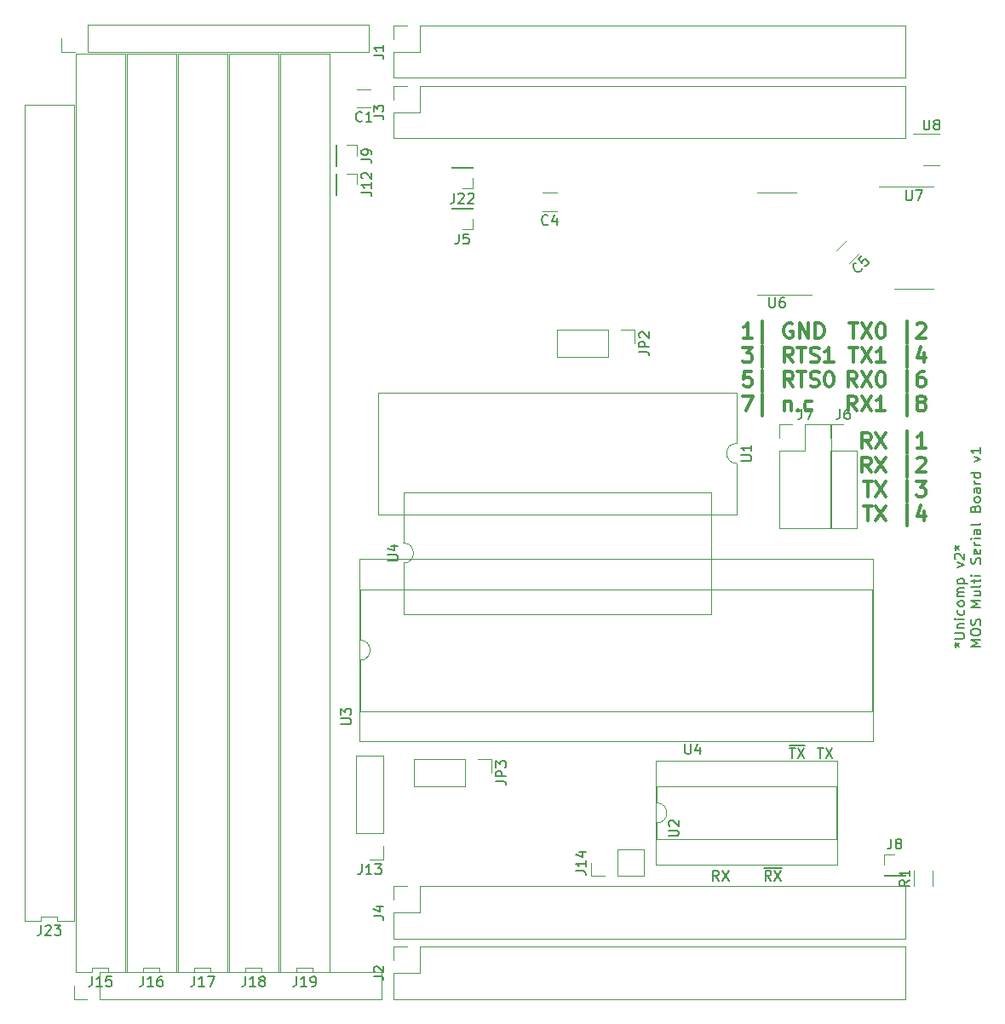
<source format=gbr>
%TF.GenerationSoftware,KiCad,Pcbnew,7.0.5-7.0.5~ubuntu20.04.1*%
%TF.CreationDate,2023-07-18T14:03:02+02:00*%
%TF.ProjectId,MOS MultiSerial_ram,4d4f5320-4d75-46c7-9469-53657269616c,rev?*%
%TF.SameCoordinates,Original*%
%TF.FileFunction,Legend,Top*%
%TF.FilePolarity,Positive*%
%FSLAX46Y46*%
G04 Gerber Fmt 4.6, Leading zero omitted, Abs format (unit mm)*
G04 Created by KiCad (PCBNEW 7.0.5-7.0.5~ubuntu20.04.1) date 2023-07-18 14:03:02*
%MOMM*%
%LPD*%
G01*
G04 APERTURE LIST*
%ADD10C,0.150000*%
%ADD11C,0.300000*%
%ADD12C,0.120000*%
G04 APERTURE END LIST*
D10*
X177739922Y-118757819D02*
X178311350Y-118757819D01*
X178025636Y-119757819D02*
X178025636Y-118757819D01*
X178549446Y-118757819D02*
X179216112Y-119757819D01*
X179216112Y-118757819D02*
X178549446Y-119757819D01*
X177744684Y-118480200D02*
X179258970Y-118480200D01*
D11*
X185828147Y-88957828D02*
X185328147Y-88243542D01*
X184971004Y-88957828D02*
X184971004Y-87457828D01*
X184971004Y-87457828D02*
X185542433Y-87457828D01*
X185542433Y-87457828D02*
X185685290Y-87529257D01*
X185685290Y-87529257D02*
X185756719Y-87600685D01*
X185756719Y-87600685D02*
X185828147Y-87743542D01*
X185828147Y-87743542D02*
X185828147Y-87957828D01*
X185828147Y-87957828D02*
X185756719Y-88100685D01*
X185756719Y-88100685D02*
X185685290Y-88172114D01*
X185685290Y-88172114D02*
X185542433Y-88243542D01*
X185542433Y-88243542D02*
X184971004Y-88243542D01*
X186328147Y-87457828D02*
X187328147Y-88957828D01*
X187328147Y-87457828D02*
X186328147Y-88957828D01*
X189399575Y-89457828D02*
X189399575Y-87314971D01*
X191256718Y-88957828D02*
X190399575Y-88957828D01*
X190828146Y-88957828D02*
X190828146Y-87457828D01*
X190828146Y-87457828D02*
X190685289Y-87672114D01*
X190685289Y-87672114D02*
X190542432Y-87814971D01*
X190542432Y-87814971D02*
X190399575Y-87886400D01*
X185828147Y-91372828D02*
X185328147Y-90658542D01*
X184971004Y-91372828D02*
X184971004Y-89872828D01*
X184971004Y-89872828D02*
X185542433Y-89872828D01*
X185542433Y-89872828D02*
X185685290Y-89944257D01*
X185685290Y-89944257D02*
X185756719Y-90015685D01*
X185756719Y-90015685D02*
X185828147Y-90158542D01*
X185828147Y-90158542D02*
X185828147Y-90372828D01*
X185828147Y-90372828D02*
X185756719Y-90515685D01*
X185756719Y-90515685D02*
X185685290Y-90587114D01*
X185685290Y-90587114D02*
X185542433Y-90658542D01*
X185542433Y-90658542D02*
X184971004Y-90658542D01*
X186328147Y-89872828D02*
X187328147Y-91372828D01*
X187328147Y-89872828D02*
X186328147Y-91372828D01*
X189399575Y-91872828D02*
X189399575Y-89729971D01*
X190399575Y-90015685D02*
X190471003Y-89944257D01*
X190471003Y-89944257D02*
X190613861Y-89872828D01*
X190613861Y-89872828D02*
X190971003Y-89872828D01*
X190971003Y-89872828D02*
X191113861Y-89944257D01*
X191113861Y-89944257D02*
X191185289Y-90015685D01*
X191185289Y-90015685D02*
X191256718Y-90158542D01*
X191256718Y-90158542D02*
X191256718Y-90301400D01*
X191256718Y-90301400D02*
X191185289Y-90515685D01*
X191185289Y-90515685D02*
X190328146Y-91372828D01*
X190328146Y-91372828D02*
X191256718Y-91372828D01*
X185113862Y-92287828D02*
X185971005Y-92287828D01*
X185542433Y-93787828D02*
X185542433Y-92287828D01*
X186328147Y-92287828D02*
X187328147Y-93787828D01*
X187328147Y-92287828D02*
X186328147Y-93787828D01*
X189399575Y-94287828D02*
X189399575Y-92144971D01*
X190328146Y-92287828D02*
X191256718Y-92287828D01*
X191256718Y-92287828D02*
X190756718Y-92859257D01*
X190756718Y-92859257D02*
X190971003Y-92859257D01*
X190971003Y-92859257D02*
X191113861Y-92930685D01*
X191113861Y-92930685D02*
X191185289Y-93002114D01*
X191185289Y-93002114D02*
X191256718Y-93144971D01*
X191256718Y-93144971D02*
X191256718Y-93502114D01*
X191256718Y-93502114D02*
X191185289Y-93644971D01*
X191185289Y-93644971D02*
X191113861Y-93716400D01*
X191113861Y-93716400D02*
X190971003Y-93787828D01*
X190971003Y-93787828D02*
X190542432Y-93787828D01*
X190542432Y-93787828D02*
X190399575Y-93716400D01*
X190399575Y-93716400D02*
X190328146Y-93644971D01*
X185113862Y-94702828D02*
X185971005Y-94702828D01*
X185542433Y-96202828D02*
X185542433Y-94702828D01*
X186328147Y-94702828D02*
X187328147Y-96202828D01*
X187328147Y-94702828D02*
X186328147Y-96202828D01*
X189399575Y-96702828D02*
X189399575Y-94559971D01*
X191113861Y-95202828D02*
X191113861Y-96202828D01*
X190756718Y-94631400D02*
X190399575Y-95702828D01*
X190399575Y-95702828D02*
X191328146Y-95702828D01*
D10*
X180533922Y-118757819D02*
X181105350Y-118757819D01*
X180819636Y-119757819D02*
X180819636Y-118757819D01*
X181343446Y-118757819D02*
X182010112Y-119757819D01*
X182010112Y-118757819D02*
X181343446Y-119757819D01*
X194128219Y-108537163D02*
X194366314Y-108537163D01*
X194271076Y-108775258D02*
X194366314Y-108537163D01*
X194366314Y-108537163D02*
X194271076Y-108299068D01*
X194556790Y-108680020D02*
X194366314Y-108537163D01*
X194366314Y-108537163D02*
X194556790Y-108394306D01*
X194128219Y-107918115D02*
X194937742Y-107918115D01*
X194937742Y-107918115D02*
X195032980Y-107870496D01*
X195032980Y-107870496D02*
X195080600Y-107822877D01*
X195080600Y-107822877D02*
X195128219Y-107727639D01*
X195128219Y-107727639D02*
X195128219Y-107537163D01*
X195128219Y-107537163D02*
X195080600Y-107441925D01*
X195080600Y-107441925D02*
X195032980Y-107394306D01*
X195032980Y-107394306D02*
X194937742Y-107346687D01*
X194937742Y-107346687D02*
X194128219Y-107346687D01*
X194461552Y-106870496D02*
X195128219Y-106870496D01*
X194556790Y-106870496D02*
X194509171Y-106822877D01*
X194509171Y-106822877D02*
X194461552Y-106727639D01*
X194461552Y-106727639D02*
X194461552Y-106584782D01*
X194461552Y-106584782D02*
X194509171Y-106489544D01*
X194509171Y-106489544D02*
X194604409Y-106441925D01*
X194604409Y-106441925D02*
X195128219Y-106441925D01*
X195128219Y-105965734D02*
X194461552Y-105965734D01*
X194128219Y-105965734D02*
X194175838Y-106013353D01*
X194175838Y-106013353D02*
X194223457Y-105965734D01*
X194223457Y-105965734D02*
X194175838Y-105918115D01*
X194175838Y-105918115D02*
X194128219Y-105965734D01*
X194128219Y-105965734D02*
X194223457Y-105965734D01*
X195080600Y-105060973D02*
X195128219Y-105156211D01*
X195128219Y-105156211D02*
X195128219Y-105346687D01*
X195128219Y-105346687D02*
X195080600Y-105441925D01*
X195080600Y-105441925D02*
X195032980Y-105489544D01*
X195032980Y-105489544D02*
X194937742Y-105537163D01*
X194937742Y-105537163D02*
X194652028Y-105537163D01*
X194652028Y-105537163D02*
X194556790Y-105489544D01*
X194556790Y-105489544D02*
X194509171Y-105441925D01*
X194509171Y-105441925D02*
X194461552Y-105346687D01*
X194461552Y-105346687D02*
X194461552Y-105156211D01*
X194461552Y-105156211D02*
X194509171Y-105060973D01*
X195128219Y-104489544D02*
X195080600Y-104584782D01*
X195080600Y-104584782D02*
X195032980Y-104632401D01*
X195032980Y-104632401D02*
X194937742Y-104680020D01*
X194937742Y-104680020D02*
X194652028Y-104680020D01*
X194652028Y-104680020D02*
X194556790Y-104632401D01*
X194556790Y-104632401D02*
X194509171Y-104584782D01*
X194509171Y-104584782D02*
X194461552Y-104489544D01*
X194461552Y-104489544D02*
X194461552Y-104346687D01*
X194461552Y-104346687D02*
X194509171Y-104251449D01*
X194509171Y-104251449D02*
X194556790Y-104203830D01*
X194556790Y-104203830D02*
X194652028Y-104156211D01*
X194652028Y-104156211D02*
X194937742Y-104156211D01*
X194937742Y-104156211D02*
X195032980Y-104203830D01*
X195032980Y-104203830D02*
X195080600Y-104251449D01*
X195080600Y-104251449D02*
X195128219Y-104346687D01*
X195128219Y-104346687D02*
X195128219Y-104489544D01*
X195128219Y-103727639D02*
X194461552Y-103727639D01*
X194556790Y-103727639D02*
X194509171Y-103680020D01*
X194509171Y-103680020D02*
X194461552Y-103584782D01*
X194461552Y-103584782D02*
X194461552Y-103441925D01*
X194461552Y-103441925D02*
X194509171Y-103346687D01*
X194509171Y-103346687D02*
X194604409Y-103299068D01*
X194604409Y-103299068D02*
X195128219Y-103299068D01*
X194604409Y-103299068D02*
X194509171Y-103251449D01*
X194509171Y-103251449D02*
X194461552Y-103156211D01*
X194461552Y-103156211D02*
X194461552Y-103013354D01*
X194461552Y-103013354D02*
X194509171Y-102918115D01*
X194509171Y-102918115D02*
X194604409Y-102870496D01*
X194604409Y-102870496D02*
X195128219Y-102870496D01*
X194461552Y-102394306D02*
X195461552Y-102394306D01*
X194509171Y-102394306D02*
X194461552Y-102299068D01*
X194461552Y-102299068D02*
X194461552Y-102108592D01*
X194461552Y-102108592D02*
X194509171Y-102013354D01*
X194509171Y-102013354D02*
X194556790Y-101965735D01*
X194556790Y-101965735D02*
X194652028Y-101918116D01*
X194652028Y-101918116D02*
X194937742Y-101918116D01*
X194937742Y-101918116D02*
X195032980Y-101965735D01*
X195032980Y-101965735D02*
X195080600Y-102013354D01*
X195080600Y-102013354D02*
X195128219Y-102108592D01*
X195128219Y-102108592D02*
X195128219Y-102299068D01*
X195128219Y-102299068D02*
X195080600Y-102394306D01*
X194461552Y-100822877D02*
X195128219Y-100584782D01*
X195128219Y-100584782D02*
X194461552Y-100346687D01*
X194223457Y-100013353D02*
X194175838Y-99965734D01*
X194175838Y-99965734D02*
X194128219Y-99870496D01*
X194128219Y-99870496D02*
X194128219Y-99632401D01*
X194128219Y-99632401D02*
X194175838Y-99537163D01*
X194175838Y-99537163D02*
X194223457Y-99489544D01*
X194223457Y-99489544D02*
X194318695Y-99441925D01*
X194318695Y-99441925D02*
X194413933Y-99441925D01*
X194413933Y-99441925D02*
X194556790Y-99489544D01*
X194556790Y-99489544D02*
X195128219Y-100060972D01*
X195128219Y-100060972D02*
X195128219Y-99441925D01*
X194128219Y-98870496D02*
X194366314Y-98870496D01*
X194271076Y-99108591D02*
X194366314Y-98870496D01*
X194366314Y-98870496D02*
X194271076Y-98632401D01*
X194556790Y-99013353D02*
X194366314Y-98870496D01*
X194366314Y-98870496D02*
X194556790Y-98727639D01*
X196738219Y-108680020D02*
X195738219Y-108680020D01*
X195738219Y-108680020D02*
X196452504Y-108346687D01*
X196452504Y-108346687D02*
X195738219Y-108013354D01*
X195738219Y-108013354D02*
X196738219Y-108013354D01*
X195738219Y-107346687D02*
X195738219Y-107156211D01*
X195738219Y-107156211D02*
X195785838Y-107060973D01*
X195785838Y-107060973D02*
X195881076Y-106965735D01*
X195881076Y-106965735D02*
X196071552Y-106918116D01*
X196071552Y-106918116D02*
X196404885Y-106918116D01*
X196404885Y-106918116D02*
X196595361Y-106965735D01*
X196595361Y-106965735D02*
X196690600Y-107060973D01*
X196690600Y-107060973D02*
X196738219Y-107156211D01*
X196738219Y-107156211D02*
X196738219Y-107346687D01*
X196738219Y-107346687D02*
X196690600Y-107441925D01*
X196690600Y-107441925D02*
X196595361Y-107537163D01*
X196595361Y-107537163D02*
X196404885Y-107584782D01*
X196404885Y-107584782D02*
X196071552Y-107584782D01*
X196071552Y-107584782D02*
X195881076Y-107537163D01*
X195881076Y-107537163D02*
X195785838Y-107441925D01*
X195785838Y-107441925D02*
X195738219Y-107346687D01*
X196690600Y-106537163D02*
X196738219Y-106394306D01*
X196738219Y-106394306D02*
X196738219Y-106156211D01*
X196738219Y-106156211D02*
X196690600Y-106060973D01*
X196690600Y-106060973D02*
X196642980Y-106013354D01*
X196642980Y-106013354D02*
X196547742Y-105965735D01*
X196547742Y-105965735D02*
X196452504Y-105965735D01*
X196452504Y-105965735D02*
X196357266Y-106013354D01*
X196357266Y-106013354D02*
X196309647Y-106060973D01*
X196309647Y-106060973D02*
X196262028Y-106156211D01*
X196262028Y-106156211D02*
X196214409Y-106346687D01*
X196214409Y-106346687D02*
X196166790Y-106441925D01*
X196166790Y-106441925D02*
X196119171Y-106489544D01*
X196119171Y-106489544D02*
X196023933Y-106537163D01*
X196023933Y-106537163D02*
X195928695Y-106537163D01*
X195928695Y-106537163D02*
X195833457Y-106489544D01*
X195833457Y-106489544D02*
X195785838Y-106441925D01*
X195785838Y-106441925D02*
X195738219Y-106346687D01*
X195738219Y-106346687D02*
X195738219Y-106108592D01*
X195738219Y-106108592D02*
X195785838Y-105965735D01*
X196738219Y-104775258D02*
X195738219Y-104775258D01*
X195738219Y-104775258D02*
X196452504Y-104441925D01*
X196452504Y-104441925D02*
X195738219Y-104108592D01*
X195738219Y-104108592D02*
X196738219Y-104108592D01*
X196071552Y-103203830D02*
X196738219Y-103203830D01*
X196071552Y-103632401D02*
X196595361Y-103632401D01*
X196595361Y-103632401D02*
X196690600Y-103584782D01*
X196690600Y-103584782D02*
X196738219Y-103489544D01*
X196738219Y-103489544D02*
X196738219Y-103346687D01*
X196738219Y-103346687D02*
X196690600Y-103251449D01*
X196690600Y-103251449D02*
X196642980Y-103203830D01*
X196738219Y-102584782D02*
X196690600Y-102680020D01*
X196690600Y-102680020D02*
X196595361Y-102727639D01*
X196595361Y-102727639D02*
X195738219Y-102727639D01*
X196071552Y-102346686D02*
X196071552Y-101965734D01*
X195738219Y-102203829D02*
X196595361Y-102203829D01*
X196595361Y-102203829D02*
X196690600Y-102156210D01*
X196690600Y-102156210D02*
X196738219Y-102060972D01*
X196738219Y-102060972D02*
X196738219Y-101965734D01*
X196738219Y-101632400D02*
X196071552Y-101632400D01*
X195738219Y-101632400D02*
X195785838Y-101680019D01*
X195785838Y-101680019D02*
X195833457Y-101632400D01*
X195833457Y-101632400D02*
X195785838Y-101584781D01*
X195785838Y-101584781D02*
X195738219Y-101632400D01*
X195738219Y-101632400D02*
X195833457Y-101632400D01*
X196690600Y-100441924D02*
X196738219Y-100299067D01*
X196738219Y-100299067D02*
X196738219Y-100060972D01*
X196738219Y-100060972D02*
X196690600Y-99965734D01*
X196690600Y-99965734D02*
X196642980Y-99918115D01*
X196642980Y-99918115D02*
X196547742Y-99870496D01*
X196547742Y-99870496D02*
X196452504Y-99870496D01*
X196452504Y-99870496D02*
X196357266Y-99918115D01*
X196357266Y-99918115D02*
X196309647Y-99965734D01*
X196309647Y-99965734D02*
X196262028Y-100060972D01*
X196262028Y-100060972D02*
X196214409Y-100251448D01*
X196214409Y-100251448D02*
X196166790Y-100346686D01*
X196166790Y-100346686D02*
X196119171Y-100394305D01*
X196119171Y-100394305D02*
X196023933Y-100441924D01*
X196023933Y-100441924D02*
X195928695Y-100441924D01*
X195928695Y-100441924D02*
X195833457Y-100394305D01*
X195833457Y-100394305D02*
X195785838Y-100346686D01*
X195785838Y-100346686D02*
X195738219Y-100251448D01*
X195738219Y-100251448D02*
X195738219Y-100013353D01*
X195738219Y-100013353D02*
X195785838Y-99870496D01*
X196690600Y-99060972D02*
X196738219Y-99156210D01*
X196738219Y-99156210D02*
X196738219Y-99346686D01*
X196738219Y-99346686D02*
X196690600Y-99441924D01*
X196690600Y-99441924D02*
X196595361Y-99489543D01*
X196595361Y-99489543D02*
X196214409Y-99489543D01*
X196214409Y-99489543D02*
X196119171Y-99441924D01*
X196119171Y-99441924D02*
X196071552Y-99346686D01*
X196071552Y-99346686D02*
X196071552Y-99156210D01*
X196071552Y-99156210D02*
X196119171Y-99060972D01*
X196119171Y-99060972D02*
X196214409Y-99013353D01*
X196214409Y-99013353D02*
X196309647Y-99013353D01*
X196309647Y-99013353D02*
X196404885Y-99489543D01*
X196738219Y-98584781D02*
X196071552Y-98584781D01*
X196262028Y-98584781D02*
X196166790Y-98537162D01*
X196166790Y-98537162D02*
X196119171Y-98489543D01*
X196119171Y-98489543D02*
X196071552Y-98394305D01*
X196071552Y-98394305D02*
X196071552Y-98299067D01*
X196738219Y-97965733D02*
X196071552Y-97965733D01*
X195738219Y-97965733D02*
X195785838Y-98013352D01*
X195785838Y-98013352D02*
X195833457Y-97965733D01*
X195833457Y-97965733D02*
X195785838Y-97918114D01*
X195785838Y-97918114D02*
X195738219Y-97965733D01*
X195738219Y-97965733D02*
X195833457Y-97965733D01*
X196738219Y-97060972D02*
X196214409Y-97060972D01*
X196214409Y-97060972D02*
X196119171Y-97108591D01*
X196119171Y-97108591D02*
X196071552Y-97203829D01*
X196071552Y-97203829D02*
X196071552Y-97394305D01*
X196071552Y-97394305D02*
X196119171Y-97489543D01*
X196690600Y-97060972D02*
X196738219Y-97156210D01*
X196738219Y-97156210D02*
X196738219Y-97394305D01*
X196738219Y-97394305D02*
X196690600Y-97489543D01*
X196690600Y-97489543D02*
X196595361Y-97537162D01*
X196595361Y-97537162D02*
X196500123Y-97537162D01*
X196500123Y-97537162D02*
X196404885Y-97489543D01*
X196404885Y-97489543D02*
X196357266Y-97394305D01*
X196357266Y-97394305D02*
X196357266Y-97156210D01*
X196357266Y-97156210D02*
X196309647Y-97060972D01*
X196738219Y-96441924D02*
X196690600Y-96537162D01*
X196690600Y-96537162D02*
X196595361Y-96584781D01*
X196595361Y-96584781D02*
X195738219Y-96584781D01*
X196214409Y-94965733D02*
X196262028Y-94822876D01*
X196262028Y-94822876D02*
X196309647Y-94775257D01*
X196309647Y-94775257D02*
X196404885Y-94727638D01*
X196404885Y-94727638D02*
X196547742Y-94727638D01*
X196547742Y-94727638D02*
X196642980Y-94775257D01*
X196642980Y-94775257D02*
X196690600Y-94822876D01*
X196690600Y-94822876D02*
X196738219Y-94918114D01*
X196738219Y-94918114D02*
X196738219Y-95299066D01*
X196738219Y-95299066D02*
X195738219Y-95299066D01*
X195738219Y-95299066D02*
X195738219Y-94965733D01*
X195738219Y-94965733D02*
X195785838Y-94870495D01*
X195785838Y-94870495D02*
X195833457Y-94822876D01*
X195833457Y-94822876D02*
X195928695Y-94775257D01*
X195928695Y-94775257D02*
X196023933Y-94775257D01*
X196023933Y-94775257D02*
X196119171Y-94822876D01*
X196119171Y-94822876D02*
X196166790Y-94870495D01*
X196166790Y-94870495D02*
X196214409Y-94965733D01*
X196214409Y-94965733D02*
X196214409Y-95299066D01*
X196738219Y-94156209D02*
X196690600Y-94251447D01*
X196690600Y-94251447D02*
X196642980Y-94299066D01*
X196642980Y-94299066D02*
X196547742Y-94346685D01*
X196547742Y-94346685D02*
X196262028Y-94346685D01*
X196262028Y-94346685D02*
X196166790Y-94299066D01*
X196166790Y-94299066D02*
X196119171Y-94251447D01*
X196119171Y-94251447D02*
X196071552Y-94156209D01*
X196071552Y-94156209D02*
X196071552Y-94013352D01*
X196071552Y-94013352D02*
X196119171Y-93918114D01*
X196119171Y-93918114D02*
X196166790Y-93870495D01*
X196166790Y-93870495D02*
X196262028Y-93822876D01*
X196262028Y-93822876D02*
X196547742Y-93822876D01*
X196547742Y-93822876D02*
X196642980Y-93870495D01*
X196642980Y-93870495D02*
X196690600Y-93918114D01*
X196690600Y-93918114D02*
X196738219Y-94013352D01*
X196738219Y-94013352D02*
X196738219Y-94156209D01*
X196738219Y-92965733D02*
X196214409Y-92965733D01*
X196214409Y-92965733D02*
X196119171Y-93013352D01*
X196119171Y-93013352D02*
X196071552Y-93108590D01*
X196071552Y-93108590D02*
X196071552Y-93299066D01*
X196071552Y-93299066D02*
X196119171Y-93394304D01*
X196690600Y-92965733D02*
X196738219Y-93060971D01*
X196738219Y-93060971D02*
X196738219Y-93299066D01*
X196738219Y-93299066D02*
X196690600Y-93394304D01*
X196690600Y-93394304D02*
X196595361Y-93441923D01*
X196595361Y-93441923D02*
X196500123Y-93441923D01*
X196500123Y-93441923D02*
X196404885Y-93394304D01*
X196404885Y-93394304D02*
X196357266Y-93299066D01*
X196357266Y-93299066D02*
X196357266Y-93060971D01*
X196357266Y-93060971D02*
X196309647Y-92965733D01*
X196738219Y-92489542D02*
X196071552Y-92489542D01*
X196262028Y-92489542D02*
X196166790Y-92441923D01*
X196166790Y-92441923D02*
X196119171Y-92394304D01*
X196119171Y-92394304D02*
X196071552Y-92299066D01*
X196071552Y-92299066D02*
X196071552Y-92203828D01*
X196738219Y-91441923D02*
X195738219Y-91441923D01*
X196690600Y-91441923D02*
X196738219Y-91537161D01*
X196738219Y-91537161D02*
X196738219Y-91727637D01*
X196738219Y-91727637D02*
X196690600Y-91822875D01*
X196690600Y-91822875D02*
X196642980Y-91870494D01*
X196642980Y-91870494D02*
X196547742Y-91918113D01*
X196547742Y-91918113D02*
X196262028Y-91918113D01*
X196262028Y-91918113D02*
X196166790Y-91870494D01*
X196166790Y-91870494D02*
X196119171Y-91822875D01*
X196119171Y-91822875D02*
X196071552Y-91727637D01*
X196071552Y-91727637D02*
X196071552Y-91537161D01*
X196071552Y-91537161D02*
X196119171Y-91441923D01*
X196071552Y-90299065D02*
X196738219Y-90060970D01*
X196738219Y-90060970D02*
X196071552Y-89822875D01*
X196738219Y-88918113D02*
X196738219Y-89489541D01*
X196738219Y-89203827D02*
X195738219Y-89203827D01*
X195738219Y-89203827D02*
X195881076Y-89299065D01*
X195881076Y-89299065D02*
X195976314Y-89394303D01*
X195976314Y-89394303D02*
X196023933Y-89489541D01*
D11*
X174030025Y-78035828D02*
X173172882Y-78035828D01*
X173601453Y-78035828D02*
X173601453Y-76535828D01*
X173601453Y-76535828D02*
X173458596Y-76750114D01*
X173458596Y-76750114D02*
X173315739Y-76892971D01*
X173315739Y-76892971D02*
X173172882Y-76964400D01*
X175030024Y-78535828D02*
X175030024Y-76392971D01*
X178030024Y-76607257D02*
X177887167Y-76535828D01*
X177887167Y-76535828D02*
X177672881Y-76535828D01*
X177672881Y-76535828D02*
X177458595Y-76607257D01*
X177458595Y-76607257D02*
X177315738Y-76750114D01*
X177315738Y-76750114D02*
X177244309Y-76892971D01*
X177244309Y-76892971D02*
X177172881Y-77178685D01*
X177172881Y-77178685D02*
X177172881Y-77392971D01*
X177172881Y-77392971D02*
X177244309Y-77678685D01*
X177244309Y-77678685D02*
X177315738Y-77821542D01*
X177315738Y-77821542D02*
X177458595Y-77964400D01*
X177458595Y-77964400D02*
X177672881Y-78035828D01*
X177672881Y-78035828D02*
X177815738Y-78035828D01*
X177815738Y-78035828D02*
X178030024Y-77964400D01*
X178030024Y-77964400D02*
X178101452Y-77892971D01*
X178101452Y-77892971D02*
X178101452Y-77392971D01*
X178101452Y-77392971D02*
X177815738Y-77392971D01*
X178744309Y-78035828D02*
X178744309Y-76535828D01*
X178744309Y-76535828D02*
X179601452Y-78035828D01*
X179601452Y-78035828D02*
X179601452Y-76535828D01*
X180315738Y-78035828D02*
X180315738Y-76535828D01*
X180315738Y-76535828D02*
X180672881Y-76535828D01*
X180672881Y-76535828D02*
X180887167Y-76607257D01*
X180887167Y-76607257D02*
X181030024Y-76750114D01*
X181030024Y-76750114D02*
X181101453Y-76892971D01*
X181101453Y-76892971D02*
X181172881Y-77178685D01*
X181172881Y-77178685D02*
X181172881Y-77392971D01*
X181172881Y-77392971D02*
X181101453Y-77678685D01*
X181101453Y-77678685D02*
X181030024Y-77821542D01*
X181030024Y-77821542D02*
X180887167Y-77964400D01*
X180887167Y-77964400D02*
X180672881Y-78035828D01*
X180672881Y-78035828D02*
X180315738Y-78035828D01*
X173101453Y-78950828D02*
X174030025Y-78950828D01*
X174030025Y-78950828D02*
X173530025Y-79522257D01*
X173530025Y-79522257D02*
X173744310Y-79522257D01*
X173744310Y-79522257D02*
X173887168Y-79593685D01*
X173887168Y-79593685D02*
X173958596Y-79665114D01*
X173958596Y-79665114D02*
X174030025Y-79807971D01*
X174030025Y-79807971D02*
X174030025Y-80165114D01*
X174030025Y-80165114D02*
X173958596Y-80307971D01*
X173958596Y-80307971D02*
X173887168Y-80379400D01*
X173887168Y-80379400D02*
X173744310Y-80450828D01*
X173744310Y-80450828D02*
X173315739Y-80450828D01*
X173315739Y-80450828D02*
X173172882Y-80379400D01*
X173172882Y-80379400D02*
X173101453Y-80307971D01*
X175030024Y-80950828D02*
X175030024Y-78807971D01*
X178101452Y-80450828D02*
X177601452Y-79736542D01*
X177244309Y-80450828D02*
X177244309Y-78950828D01*
X177244309Y-78950828D02*
X177815738Y-78950828D01*
X177815738Y-78950828D02*
X177958595Y-79022257D01*
X177958595Y-79022257D02*
X178030024Y-79093685D01*
X178030024Y-79093685D02*
X178101452Y-79236542D01*
X178101452Y-79236542D02*
X178101452Y-79450828D01*
X178101452Y-79450828D02*
X178030024Y-79593685D01*
X178030024Y-79593685D02*
X177958595Y-79665114D01*
X177958595Y-79665114D02*
X177815738Y-79736542D01*
X177815738Y-79736542D02*
X177244309Y-79736542D01*
X178530024Y-78950828D02*
X179387167Y-78950828D01*
X178958595Y-80450828D02*
X178958595Y-78950828D01*
X179815738Y-80379400D02*
X180030024Y-80450828D01*
X180030024Y-80450828D02*
X180387166Y-80450828D01*
X180387166Y-80450828D02*
X180530024Y-80379400D01*
X180530024Y-80379400D02*
X180601452Y-80307971D01*
X180601452Y-80307971D02*
X180672881Y-80165114D01*
X180672881Y-80165114D02*
X180672881Y-80022257D01*
X180672881Y-80022257D02*
X180601452Y-79879400D01*
X180601452Y-79879400D02*
X180530024Y-79807971D01*
X180530024Y-79807971D02*
X180387166Y-79736542D01*
X180387166Y-79736542D02*
X180101452Y-79665114D01*
X180101452Y-79665114D02*
X179958595Y-79593685D01*
X179958595Y-79593685D02*
X179887166Y-79522257D01*
X179887166Y-79522257D02*
X179815738Y-79379400D01*
X179815738Y-79379400D02*
X179815738Y-79236542D01*
X179815738Y-79236542D02*
X179887166Y-79093685D01*
X179887166Y-79093685D02*
X179958595Y-79022257D01*
X179958595Y-79022257D02*
X180101452Y-78950828D01*
X180101452Y-78950828D02*
X180458595Y-78950828D01*
X180458595Y-78950828D02*
X180672881Y-79022257D01*
X182101452Y-80450828D02*
X181244309Y-80450828D01*
X181672880Y-80450828D02*
X181672880Y-78950828D01*
X181672880Y-78950828D02*
X181530023Y-79165114D01*
X181530023Y-79165114D02*
X181387166Y-79307971D01*
X181387166Y-79307971D02*
X181244309Y-79379400D01*
X173958596Y-81365828D02*
X173244310Y-81365828D01*
X173244310Y-81365828D02*
X173172882Y-82080114D01*
X173172882Y-82080114D02*
X173244310Y-82008685D01*
X173244310Y-82008685D02*
X173387168Y-81937257D01*
X173387168Y-81937257D02*
X173744310Y-81937257D01*
X173744310Y-81937257D02*
X173887168Y-82008685D01*
X173887168Y-82008685D02*
X173958596Y-82080114D01*
X173958596Y-82080114D02*
X174030025Y-82222971D01*
X174030025Y-82222971D02*
X174030025Y-82580114D01*
X174030025Y-82580114D02*
X173958596Y-82722971D01*
X173958596Y-82722971D02*
X173887168Y-82794400D01*
X173887168Y-82794400D02*
X173744310Y-82865828D01*
X173744310Y-82865828D02*
X173387168Y-82865828D01*
X173387168Y-82865828D02*
X173244310Y-82794400D01*
X173244310Y-82794400D02*
X173172882Y-82722971D01*
X175030024Y-83365828D02*
X175030024Y-81222971D01*
X178101452Y-82865828D02*
X177601452Y-82151542D01*
X177244309Y-82865828D02*
X177244309Y-81365828D01*
X177244309Y-81365828D02*
X177815738Y-81365828D01*
X177815738Y-81365828D02*
X177958595Y-81437257D01*
X177958595Y-81437257D02*
X178030024Y-81508685D01*
X178030024Y-81508685D02*
X178101452Y-81651542D01*
X178101452Y-81651542D02*
X178101452Y-81865828D01*
X178101452Y-81865828D02*
X178030024Y-82008685D01*
X178030024Y-82008685D02*
X177958595Y-82080114D01*
X177958595Y-82080114D02*
X177815738Y-82151542D01*
X177815738Y-82151542D02*
X177244309Y-82151542D01*
X178530024Y-81365828D02*
X179387167Y-81365828D01*
X178958595Y-82865828D02*
X178958595Y-81365828D01*
X179815738Y-82794400D02*
X180030024Y-82865828D01*
X180030024Y-82865828D02*
X180387166Y-82865828D01*
X180387166Y-82865828D02*
X180530024Y-82794400D01*
X180530024Y-82794400D02*
X180601452Y-82722971D01*
X180601452Y-82722971D02*
X180672881Y-82580114D01*
X180672881Y-82580114D02*
X180672881Y-82437257D01*
X180672881Y-82437257D02*
X180601452Y-82294400D01*
X180601452Y-82294400D02*
X180530024Y-82222971D01*
X180530024Y-82222971D02*
X180387166Y-82151542D01*
X180387166Y-82151542D02*
X180101452Y-82080114D01*
X180101452Y-82080114D02*
X179958595Y-82008685D01*
X179958595Y-82008685D02*
X179887166Y-81937257D01*
X179887166Y-81937257D02*
X179815738Y-81794400D01*
X179815738Y-81794400D02*
X179815738Y-81651542D01*
X179815738Y-81651542D02*
X179887166Y-81508685D01*
X179887166Y-81508685D02*
X179958595Y-81437257D01*
X179958595Y-81437257D02*
X180101452Y-81365828D01*
X180101452Y-81365828D02*
X180458595Y-81365828D01*
X180458595Y-81365828D02*
X180672881Y-81437257D01*
X181601452Y-81365828D02*
X181744309Y-81365828D01*
X181744309Y-81365828D02*
X181887166Y-81437257D01*
X181887166Y-81437257D02*
X181958595Y-81508685D01*
X181958595Y-81508685D02*
X182030023Y-81651542D01*
X182030023Y-81651542D02*
X182101452Y-81937257D01*
X182101452Y-81937257D02*
X182101452Y-82294400D01*
X182101452Y-82294400D02*
X182030023Y-82580114D01*
X182030023Y-82580114D02*
X181958595Y-82722971D01*
X181958595Y-82722971D02*
X181887166Y-82794400D01*
X181887166Y-82794400D02*
X181744309Y-82865828D01*
X181744309Y-82865828D02*
X181601452Y-82865828D01*
X181601452Y-82865828D02*
X181458595Y-82794400D01*
X181458595Y-82794400D02*
X181387166Y-82722971D01*
X181387166Y-82722971D02*
X181315737Y-82580114D01*
X181315737Y-82580114D02*
X181244309Y-82294400D01*
X181244309Y-82294400D02*
X181244309Y-81937257D01*
X181244309Y-81937257D02*
X181315737Y-81651542D01*
X181315737Y-81651542D02*
X181387166Y-81508685D01*
X181387166Y-81508685D02*
X181458595Y-81437257D01*
X181458595Y-81437257D02*
X181601452Y-81365828D01*
X173101453Y-83780828D02*
X174101453Y-83780828D01*
X174101453Y-83780828D02*
X173458596Y-85280828D01*
X175030024Y-85780828D02*
X175030024Y-83637971D01*
X177244309Y-84280828D02*
X177244309Y-85280828D01*
X177244309Y-84423685D02*
X177315738Y-84352257D01*
X177315738Y-84352257D02*
X177458595Y-84280828D01*
X177458595Y-84280828D02*
X177672881Y-84280828D01*
X177672881Y-84280828D02*
X177815738Y-84352257D01*
X177815738Y-84352257D02*
X177887167Y-84495114D01*
X177887167Y-84495114D02*
X177887167Y-85280828D01*
X178601452Y-85137971D02*
X178672881Y-85209400D01*
X178672881Y-85209400D02*
X178601452Y-85280828D01*
X178601452Y-85280828D02*
X178530024Y-85209400D01*
X178530024Y-85209400D02*
X178601452Y-85137971D01*
X178601452Y-85137971D02*
X178601452Y-85280828D01*
X179958596Y-85209400D02*
X179815738Y-85280828D01*
X179815738Y-85280828D02*
X179530024Y-85280828D01*
X179530024Y-85280828D02*
X179387167Y-85209400D01*
X179387167Y-85209400D02*
X179315738Y-85137971D01*
X179315738Y-85137971D02*
X179244310Y-84995114D01*
X179244310Y-84995114D02*
X179244310Y-84566542D01*
X179244310Y-84566542D02*
X179315738Y-84423685D01*
X179315738Y-84423685D02*
X179387167Y-84352257D01*
X179387167Y-84352257D02*
X179530024Y-84280828D01*
X179530024Y-84280828D02*
X179815738Y-84280828D01*
X179815738Y-84280828D02*
X179958596Y-84352257D01*
D10*
X175914207Y-131949819D02*
X175580874Y-131473628D01*
X175342779Y-131949819D02*
X175342779Y-130949819D01*
X175342779Y-130949819D02*
X175723731Y-130949819D01*
X175723731Y-130949819D02*
X175818969Y-130997438D01*
X175818969Y-130997438D02*
X175866588Y-131045057D01*
X175866588Y-131045057D02*
X175914207Y-131140295D01*
X175914207Y-131140295D02*
X175914207Y-131283152D01*
X175914207Y-131283152D02*
X175866588Y-131378390D01*
X175866588Y-131378390D02*
X175818969Y-131426009D01*
X175818969Y-131426009D02*
X175723731Y-131473628D01*
X175723731Y-131473628D02*
X175342779Y-131473628D01*
X176247541Y-130949819D02*
X176914207Y-131949819D01*
X176914207Y-130949819D02*
X176247541Y-131949819D01*
X175204684Y-130672200D02*
X176957065Y-130672200D01*
X167355895Y-118363819D02*
X167355895Y-119173342D01*
X167355895Y-119173342D02*
X167403514Y-119268580D01*
X167403514Y-119268580D02*
X167451133Y-119316200D01*
X167451133Y-119316200D02*
X167546371Y-119363819D01*
X167546371Y-119363819D02*
X167736847Y-119363819D01*
X167736847Y-119363819D02*
X167832085Y-119316200D01*
X167832085Y-119316200D02*
X167879704Y-119268580D01*
X167879704Y-119268580D02*
X167927323Y-119173342D01*
X167927323Y-119173342D02*
X167927323Y-118363819D01*
X168832085Y-118697152D02*
X168832085Y-119363819D01*
X168593990Y-118316200D02*
X168355895Y-119030485D01*
X168355895Y-119030485D02*
X168974942Y-119030485D01*
D11*
X183685291Y-76535828D02*
X184542434Y-76535828D01*
X184113862Y-78035828D02*
X184113862Y-76535828D01*
X184899576Y-76535828D02*
X185899576Y-78035828D01*
X185899576Y-76535828D02*
X184899576Y-78035828D01*
X186756719Y-76535828D02*
X186899576Y-76535828D01*
X186899576Y-76535828D02*
X187042433Y-76607257D01*
X187042433Y-76607257D02*
X187113862Y-76678685D01*
X187113862Y-76678685D02*
X187185290Y-76821542D01*
X187185290Y-76821542D02*
X187256719Y-77107257D01*
X187256719Y-77107257D02*
X187256719Y-77464400D01*
X187256719Y-77464400D02*
X187185290Y-77750114D01*
X187185290Y-77750114D02*
X187113862Y-77892971D01*
X187113862Y-77892971D02*
X187042433Y-77964400D01*
X187042433Y-77964400D02*
X186899576Y-78035828D01*
X186899576Y-78035828D02*
X186756719Y-78035828D01*
X186756719Y-78035828D02*
X186613862Y-77964400D01*
X186613862Y-77964400D02*
X186542433Y-77892971D01*
X186542433Y-77892971D02*
X186471004Y-77750114D01*
X186471004Y-77750114D02*
X186399576Y-77464400D01*
X186399576Y-77464400D02*
X186399576Y-77107257D01*
X186399576Y-77107257D02*
X186471004Y-76821542D01*
X186471004Y-76821542D02*
X186542433Y-76678685D01*
X186542433Y-76678685D02*
X186613862Y-76607257D01*
X186613862Y-76607257D02*
X186756719Y-76535828D01*
X189399575Y-78535828D02*
X189399575Y-76392971D01*
X190399575Y-76678685D02*
X190471003Y-76607257D01*
X190471003Y-76607257D02*
X190613861Y-76535828D01*
X190613861Y-76535828D02*
X190971003Y-76535828D01*
X190971003Y-76535828D02*
X191113861Y-76607257D01*
X191113861Y-76607257D02*
X191185289Y-76678685D01*
X191185289Y-76678685D02*
X191256718Y-76821542D01*
X191256718Y-76821542D02*
X191256718Y-76964400D01*
X191256718Y-76964400D02*
X191185289Y-77178685D01*
X191185289Y-77178685D02*
X190328146Y-78035828D01*
X190328146Y-78035828D02*
X191256718Y-78035828D01*
X183685291Y-78950828D02*
X184542434Y-78950828D01*
X184113862Y-80450828D02*
X184113862Y-78950828D01*
X184899576Y-78950828D02*
X185899576Y-80450828D01*
X185899576Y-78950828D02*
X184899576Y-80450828D01*
X187256719Y-80450828D02*
X186399576Y-80450828D01*
X186828147Y-80450828D02*
X186828147Y-78950828D01*
X186828147Y-78950828D02*
X186685290Y-79165114D01*
X186685290Y-79165114D02*
X186542433Y-79307971D01*
X186542433Y-79307971D02*
X186399576Y-79379400D01*
X189399575Y-80950828D02*
X189399575Y-78807971D01*
X191113861Y-79450828D02*
X191113861Y-80450828D01*
X190756718Y-78879400D02*
X190399575Y-79950828D01*
X190399575Y-79950828D02*
X191328146Y-79950828D01*
X184399576Y-82865828D02*
X183899576Y-82151542D01*
X183542433Y-82865828D02*
X183542433Y-81365828D01*
X183542433Y-81365828D02*
X184113862Y-81365828D01*
X184113862Y-81365828D02*
X184256719Y-81437257D01*
X184256719Y-81437257D02*
X184328148Y-81508685D01*
X184328148Y-81508685D02*
X184399576Y-81651542D01*
X184399576Y-81651542D02*
X184399576Y-81865828D01*
X184399576Y-81865828D02*
X184328148Y-82008685D01*
X184328148Y-82008685D02*
X184256719Y-82080114D01*
X184256719Y-82080114D02*
X184113862Y-82151542D01*
X184113862Y-82151542D02*
X183542433Y-82151542D01*
X184899576Y-81365828D02*
X185899576Y-82865828D01*
X185899576Y-81365828D02*
X184899576Y-82865828D01*
X186756719Y-81365828D02*
X186899576Y-81365828D01*
X186899576Y-81365828D02*
X187042433Y-81437257D01*
X187042433Y-81437257D02*
X187113862Y-81508685D01*
X187113862Y-81508685D02*
X187185290Y-81651542D01*
X187185290Y-81651542D02*
X187256719Y-81937257D01*
X187256719Y-81937257D02*
X187256719Y-82294400D01*
X187256719Y-82294400D02*
X187185290Y-82580114D01*
X187185290Y-82580114D02*
X187113862Y-82722971D01*
X187113862Y-82722971D02*
X187042433Y-82794400D01*
X187042433Y-82794400D02*
X186899576Y-82865828D01*
X186899576Y-82865828D02*
X186756719Y-82865828D01*
X186756719Y-82865828D02*
X186613862Y-82794400D01*
X186613862Y-82794400D02*
X186542433Y-82722971D01*
X186542433Y-82722971D02*
X186471004Y-82580114D01*
X186471004Y-82580114D02*
X186399576Y-82294400D01*
X186399576Y-82294400D02*
X186399576Y-81937257D01*
X186399576Y-81937257D02*
X186471004Y-81651542D01*
X186471004Y-81651542D02*
X186542433Y-81508685D01*
X186542433Y-81508685D02*
X186613862Y-81437257D01*
X186613862Y-81437257D02*
X186756719Y-81365828D01*
X189399575Y-83365828D02*
X189399575Y-81222971D01*
X191113861Y-81365828D02*
X190828146Y-81365828D01*
X190828146Y-81365828D02*
X190685289Y-81437257D01*
X190685289Y-81437257D02*
X190613861Y-81508685D01*
X190613861Y-81508685D02*
X190471003Y-81722971D01*
X190471003Y-81722971D02*
X190399575Y-82008685D01*
X190399575Y-82008685D02*
X190399575Y-82580114D01*
X190399575Y-82580114D02*
X190471003Y-82722971D01*
X190471003Y-82722971D02*
X190542432Y-82794400D01*
X190542432Y-82794400D02*
X190685289Y-82865828D01*
X190685289Y-82865828D02*
X190971003Y-82865828D01*
X190971003Y-82865828D02*
X191113861Y-82794400D01*
X191113861Y-82794400D02*
X191185289Y-82722971D01*
X191185289Y-82722971D02*
X191256718Y-82580114D01*
X191256718Y-82580114D02*
X191256718Y-82222971D01*
X191256718Y-82222971D02*
X191185289Y-82080114D01*
X191185289Y-82080114D02*
X191113861Y-82008685D01*
X191113861Y-82008685D02*
X190971003Y-81937257D01*
X190971003Y-81937257D02*
X190685289Y-81937257D01*
X190685289Y-81937257D02*
X190542432Y-82008685D01*
X190542432Y-82008685D02*
X190471003Y-82080114D01*
X190471003Y-82080114D02*
X190399575Y-82222971D01*
X184399576Y-85280828D02*
X183899576Y-84566542D01*
X183542433Y-85280828D02*
X183542433Y-83780828D01*
X183542433Y-83780828D02*
X184113862Y-83780828D01*
X184113862Y-83780828D02*
X184256719Y-83852257D01*
X184256719Y-83852257D02*
X184328148Y-83923685D01*
X184328148Y-83923685D02*
X184399576Y-84066542D01*
X184399576Y-84066542D02*
X184399576Y-84280828D01*
X184399576Y-84280828D02*
X184328148Y-84423685D01*
X184328148Y-84423685D02*
X184256719Y-84495114D01*
X184256719Y-84495114D02*
X184113862Y-84566542D01*
X184113862Y-84566542D02*
X183542433Y-84566542D01*
X184899576Y-83780828D02*
X185899576Y-85280828D01*
X185899576Y-83780828D02*
X184899576Y-85280828D01*
X187256719Y-85280828D02*
X186399576Y-85280828D01*
X186828147Y-85280828D02*
X186828147Y-83780828D01*
X186828147Y-83780828D02*
X186685290Y-83995114D01*
X186685290Y-83995114D02*
X186542433Y-84137971D01*
X186542433Y-84137971D02*
X186399576Y-84209400D01*
X189399575Y-85780828D02*
X189399575Y-83637971D01*
X190685289Y-84423685D02*
X190542432Y-84352257D01*
X190542432Y-84352257D02*
X190471003Y-84280828D01*
X190471003Y-84280828D02*
X190399575Y-84137971D01*
X190399575Y-84137971D02*
X190399575Y-84066542D01*
X190399575Y-84066542D02*
X190471003Y-83923685D01*
X190471003Y-83923685D02*
X190542432Y-83852257D01*
X190542432Y-83852257D02*
X190685289Y-83780828D01*
X190685289Y-83780828D02*
X190971003Y-83780828D01*
X190971003Y-83780828D02*
X191113861Y-83852257D01*
X191113861Y-83852257D02*
X191185289Y-83923685D01*
X191185289Y-83923685D02*
X191256718Y-84066542D01*
X191256718Y-84066542D02*
X191256718Y-84137971D01*
X191256718Y-84137971D02*
X191185289Y-84280828D01*
X191185289Y-84280828D02*
X191113861Y-84352257D01*
X191113861Y-84352257D02*
X190971003Y-84423685D01*
X190971003Y-84423685D02*
X190685289Y-84423685D01*
X190685289Y-84423685D02*
X190542432Y-84495114D01*
X190542432Y-84495114D02*
X190471003Y-84566542D01*
X190471003Y-84566542D02*
X190399575Y-84709400D01*
X190399575Y-84709400D02*
X190399575Y-84995114D01*
X190399575Y-84995114D02*
X190471003Y-85137971D01*
X190471003Y-85137971D02*
X190542432Y-85209400D01*
X190542432Y-85209400D02*
X190685289Y-85280828D01*
X190685289Y-85280828D02*
X190971003Y-85280828D01*
X190971003Y-85280828D02*
X191113861Y-85209400D01*
X191113861Y-85209400D02*
X191185289Y-85137971D01*
X191185289Y-85137971D02*
X191256718Y-84995114D01*
X191256718Y-84995114D02*
X191256718Y-84709400D01*
X191256718Y-84709400D02*
X191185289Y-84566542D01*
X191185289Y-84566542D02*
X191113861Y-84495114D01*
X191113861Y-84495114D02*
X190971003Y-84423685D01*
D10*
X170707207Y-131949819D02*
X170373874Y-131473628D01*
X170135779Y-131949819D02*
X170135779Y-130949819D01*
X170135779Y-130949819D02*
X170516731Y-130949819D01*
X170516731Y-130949819D02*
X170611969Y-130997438D01*
X170611969Y-130997438D02*
X170659588Y-131045057D01*
X170659588Y-131045057D02*
X170707207Y-131140295D01*
X170707207Y-131140295D02*
X170707207Y-131283152D01*
X170707207Y-131283152D02*
X170659588Y-131378390D01*
X170659588Y-131378390D02*
X170611969Y-131426009D01*
X170611969Y-131426009D02*
X170516731Y-131473628D01*
X170516731Y-131473628D02*
X170135779Y-131473628D01*
X171040541Y-130949819D02*
X171707207Y-131949819D01*
X171707207Y-130949819D02*
X171040541Y-131949819D01*
%TO.C,JP3*%
X148566619Y-122072333D02*
X149280904Y-122072333D01*
X149280904Y-122072333D02*
X149423761Y-122119952D01*
X149423761Y-122119952D02*
X149519000Y-122215190D01*
X149519000Y-122215190D02*
X149566619Y-122358047D01*
X149566619Y-122358047D02*
X149566619Y-122453285D01*
X149566619Y-121596142D02*
X148566619Y-121596142D01*
X148566619Y-121596142D02*
X148566619Y-121215190D01*
X148566619Y-121215190D02*
X148614238Y-121119952D01*
X148614238Y-121119952D02*
X148661857Y-121072333D01*
X148661857Y-121072333D02*
X148757095Y-121024714D01*
X148757095Y-121024714D02*
X148899952Y-121024714D01*
X148899952Y-121024714D02*
X148995190Y-121072333D01*
X148995190Y-121072333D02*
X149042809Y-121119952D01*
X149042809Y-121119952D02*
X149090428Y-121215190D01*
X149090428Y-121215190D02*
X149090428Y-121596142D01*
X148566619Y-120691380D02*
X148566619Y-120072333D01*
X148566619Y-120072333D02*
X148947571Y-120405666D01*
X148947571Y-120405666D02*
X148947571Y-120262809D01*
X148947571Y-120262809D02*
X148995190Y-120167571D01*
X148995190Y-120167571D02*
X149042809Y-120119952D01*
X149042809Y-120119952D02*
X149138047Y-120072333D01*
X149138047Y-120072333D02*
X149376142Y-120072333D01*
X149376142Y-120072333D02*
X149471380Y-120119952D01*
X149471380Y-120119952D02*
X149519000Y-120167571D01*
X149519000Y-120167571D02*
X149566619Y-120262809D01*
X149566619Y-120262809D02*
X149566619Y-120548523D01*
X149566619Y-120548523D02*
X149519000Y-120643761D01*
X149519000Y-120643761D02*
X149471380Y-120691380D01*
%TO.C,C4*%
X153730133Y-66700180D02*
X153682514Y-66747800D01*
X153682514Y-66747800D02*
X153539657Y-66795419D01*
X153539657Y-66795419D02*
X153444419Y-66795419D01*
X153444419Y-66795419D02*
X153301562Y-66747800D01*
X153301562Y-66747800D02*
X153206324Y-66652561D01*
X153206324Y-66652561D02*
X153158705Y-66557323D01*
X153158705Y-66557323D02*
X153111086Y-66366847D01*
X153111086Y-66366847D02*
X153111086Y-66223990D01*
X153111086Y-66223990D02*
X153158705Y-66033514D01*
X153158705Y-66033514D02*
X153206324Y-65938276D01*
X153206324Y-65938276D02*
X153301562Y-65843038D01*
X153301562Y-65843038D02*
X153444419Y-65795419D01*
X153444419Y-65795419D02*
X153539657Y-65795419D01*
X153539657Y-65795419D02*
X153682514Y-65843038D01*
X153682514Y-65843038D02*
X153730133Y-65890657D01*
X154587276Y-66128752D02*
X154587276Y-66795419D01*
X154349181Y-65747800D02*
X154111086Y-66462085D01*
X154111086Y-66462085D02*
X154730133Y-66462085D01*
%TO.C,J1*%
X136384819Y-49906338D02*
X137099104Y-49906338D01*
X137099104Y-49906338D02*
X137241961Y-49953957D01*
X137241961Y-49953957D02*
X137337200Y-50049195D01*
X137337200Y-50049195D02*
X137384819Y-50192052D01*
X137384819Y-50192052D02*
X137384819Y-50287290D01*
X137384819Y-48906338D02*
X137384819Y-49477766D01*
X137384819Y-49192052D02*
X136384819Y-49192052D01*
X136384819Y-49192052D02*
X136527676Y-49287290D01*
X136527676Y-49287290D02*
X136622914Y-49382528D01*
X136622914Y-49382528D02*
X136670533Y-49477766D01*
%TO.C,J6*%
X182770466Y-85089819D02*
X182770466Y-85804104D01*
X182770466Y-85804104D02*
X182722847Y-85946961D01*
X182722847Y-85946961D02*
X182627609Y-86042200D01*
X182627609Y-86042200D02*
X182484752Y-86089819D01*
X182484752Y-86089819D02*
X182389514Y-86089819D01*
X183675228Y-85089819D02*
X183484752Y-85089819D01*
X183484752Y-85089819D02*
X183389514Y-85137438D01*
X183389514Y-85137438D02*
X183341895Y-85185057D01*
X183341895Y-85185057D02*
X183246657Y-85327914D01*
X183246657Y-85327914D02*
X183199038Y-85518390D01*
X183199038Y-85518390D02*
X183199038Y-85899342D01*
X183199038Y-85899342D02*
X183246657Y-85994580D01*
X183246657Y-85994580D02*
X183294276Y-86042200D01*
X183294276Y-86042200D02*
X183389514Y-86089819D01*
X183389514Y-86089819D02*
X183579990Y-86089819D01*
X183579990Y-86089819D02*
X183675228Y-86042200D01*
X183675228Y-86042200D02*
X183722847Y-85994580D01*
X183722847Y-85994580D02*
X183770466Y-85899342D01*
X183770466Y-85899342D02*
X183770466Y-85661247D01*
X183770466Y-85661247D02*
X183722847Y-85566009D01*
X183722847Y-85566009D02*
X183675228Y-85518390D01*
X183675228Y-85518390D02*
X183579990Y-85470771D01*
X183579990Y-85470771D02*
X183389514Y-85470771D01*
X183389514Y-85470771D02*
X183294276Y-85518390D01*
X183294276Y-85518390D02*
X183246657Y-85566009D01*
X183246657Y-85566009D02*
X183199038Y-85661247D01*
%TO.C,J4*%
X136384819Y-135452338D02*
X137099104Y-135452338D01*
X137099104Y-135452338D02*
X137241961Y-135499957D01*
X137241961Y-135499957D02*
X137337200Y-135595195D01*
X137337200Y-135595195D02*
X137384819Y-135738052D01*
X137384819Y-135738052D02*
X137384819Y-135833290D01*
X136718152Y-134547576D02*
X137384819Y-134547576D01*
X136337200Y-134785671D02*
X137051485Y-135023766D01*
X137051485Y-135023766D02*
X137051485Y-134404719D01*
%TO.C,J18*%
X123650476Y-141456819D02*
X123650476Y-142171104D01*
X123650476Y-142171104D02*
X123602857Y-142313961D01*
X123602857Y-142313961D02*
X123507619Y-142409200D01*
X123507619Y-142409200D02*
X123364762Y-142456819D01*
X123364762Y-142456819D02*
X123269524Y-142456819D01*
X124650476Y-142456819D02*
X124079048Y-142456819D01*
X124364762Y-142456819D02*
X124364762Y-141456819D01*
X124364762Y-141456819D02*
X124269524Y-141599676D01*
X124269524Y-141599676D02*
X124174286Y-141694914D01*
X124174286Y-141694914D02*
X124079048Y-141742533D01*
X125221905Y-141885390D02*
X125126667Y-141837771D01*
X125126667Y-141837771D02*
X125079048Y-141790152D01*
X125079048Y-141790152D02*
X125031429Y-141694914D01*
X125031429Y-141694914D02*
X125031429Y-141647295D01*
X125031429Y-141647295D02*
X125079048Y-141552057D01*
X125079048Y-141552057D02*
X125126667Y-141504438D01*
X125126667Y-141504438D02*
X125221905Y-141456819D01*
X125221905Y-141456819D02*
X125412381Y-141456819D01*
X125412381Y-141456819D02*
X125507619Y-141504438D01*
X125507619Y-141504438D02*
X125555238Y-141552057D01*
X125555238Y-141552057D02*
X125602857Y-141647295D01*
X125602857Y-141647295D02*
X125602857Y-141694914D01*
X125602857Y-141694914D02*
X125555238Y-141790152D01*
X125555238Y-141790152D02*
X125507619Y-141837771D01*
X125507619Y-141837771D02*
X125412381Y-141885390D01*
X125412381Y-141885390D02*
X125221905Y-141885390D01*
X125221905Y-141885390D02*
X125126667Y-141933009D01*
X125126667Y-141933009D02*
X125079048Y-141980628D01*
X125079048Y-141980628D02*
X125031429Y-142075866D01*
X125031429Y-142075866D02*
X125031429Y-142266342D01*
X125031429Y-142266342D02*
X125079048Y-142361580D01*
X125079048Y-142361580D02*
X125126667Y-142409200D01*
X125126667Y-142409200D02*
X125221905Y-142456819D01*
X125221905Y-142456819D02*
X125412381Y-142456819D01*
X125412381Y-142456819D02*
X125507619Y-142409200D01*
X125507619Y-142409200D02*
X125555238Y-142361580D01*
X125555238Y-142361580D02*
X125602857Y-142266342D01*
X125602857Y-142266342D02*
X125602857Y-142075866D01*
X125602857Y-142075866D02*
X125555238Y-141980628D01*
X125555238Y-141980628D02*
X125507619Y-141933009D01*
X125507619Y-141933009D02*
X125412381Y-141885390D01*
%TO.C,J5*%
X144878466Y-67681819D02*
X144878466Y-68396104D01*
X144878466Y-68396104D02*
X144830847Y-68538961D01*
X144830847Y-68538961D02*
X144735609Y-68634200D01*
X144735609Y-68634200D02*
X144592752Y-68681819D01*
X144592752Y-68681819D02*
X144497514Y-68681819D01*
X145830847Y-67681819D02*
X145354657Y-67681819D01*
X145354657Y-67681819D02*
X145307038Y-68158009D01*
X145307038Y-68158009D02*
X145354657Y-68110390D01*
X145354657Y-68110390D02*
X145449895Y-68062771D01*
X145449895Y-68062771D02*
X145687990Y-68062771D01*
X145687990Y-68062771D02*
X145783228Y-68110390D01*
X145783228Y-68110390D02*
X145830847Y-68158009D01*
X145830847Y-68158009D02*
X145878466Y-68253247D01*
X145878466Y-68253247D02*
X145878466Y-68491342D01*
X145878466Y-68491342D02*
X145830847Y-68586580D01*
X145830847Y-68586580D02*
X145783228Y-68634200D01*
X145783228Y-68634200D02*
X145687990Y-68681819D01*
X145687990Y-68681819D02*
X145449895Y-68681819D01*
X145449895Y-68681819D02*
X145354657Y-68634200D01*
X145354657Y-68634200D02*
X145307038Y-68586580D01*
%TO.C,U6*%
X175728895Y-73987690D02*
X175728895Y-74797213D01*
X175728895Y-74797213D02*
X175776514Y-74892451D01*
X175776514Y-74892451D02*
X175824133Y-74940071D01*
X175824133Y-74940071D02*
X175919371Y-74987690D01*
X175919371Y-74987690D02*
X176109847Y-74987690D01*
X176109847Y-74987690D02*
X176205085Y-74940071D01*
X176205085Y-74940071D02*
X176252704Y-74892451D01*
X176252704Y-74892451D02*
X176300323Y-74797213D01*
X176300323Y-74797213D02*
X176300323Y-73987690D01*
X177205085Y-73987690D02*
X177014609Y-73987690D01*
X177014609Y-73987690D02*
X176919371Y-74035309D01*
X176919371Y-74035309D02*
X176871752Y-74082928D01*
X176871752Y-74082928D02*
X176776514Y-74225785D01*
X176776514Y-74225785D02*
X176728895Y-74416261D01*
X176728895Y-74416261D02*
X176728895Y-74797213D01*
X176728895Y-74797213D02*
X176776514Y-74892451D01*
X176776514Y-74892451D02*
X176824133Y-74940071D01*
X176824133Y-74940071D02*
X176919371Y-74987690D01*
X176919371Y-74987690D02*
X177109847Y-74987690D01*
X177109847Y-74987690D02*
X177205085Y-74940071D01*
X177205085Y-74940071D02*
X177252704Y-74892451D01*
X177252704Y-74892451D02*
X177300323Y-74797213D01*
X177300323Y-74797213D02*
X177300323Y-74559118D01*
X177300323Y-74559118D02*
X177252704Y-74463880D01*
X177252704Y-74463880D02*
X177205085Y-74416261D01*
X177205085Y-74416261D02*
X177109847Y-74368642D01*
X177109847Y-74368642D02*
X176919371Y-74368642D01*
X176919371Y-74368642D02*
X176824133Y-74416261D01*
X176824133Y-74416261D02*
X176776514Y-74463880D01*
X176776514Y-74463880D02*
X176728895Y-74559118D01*
%TO.C,J17*%
X118570476Y-141456819D02*
X118570476Y-142171104D01*
X118570476Y-142171104D02*
X118522857Y-142313961D01*
X118522857Y-142313961D02*
X118427619Y-142409200D01*
X118427619Y-142409200D02*
X118284762Y-142456819D01*
X118284762Y-142456819D02*
X118189524Y-142456819D01*
X119570476Y-142456819D02*
X118999048Y-142456819D01*
X119284762Y-142456819D02*
X119284762Y-141456819D01*
X119284762Y-141456819D02*
X119189524Y-141599676D01*
X119189524Y-141599676D02*
X119094286Y-141694914D01*
X119094286Y-141694914D02*
X118999048Y-141742533D01*
X119903810Y-141456819D02*
X120570476Y-141456819D01*
X120570476Y-141456819D02*
X120141905Y-142456819D01*
%TO.C,U8*%
X191084295Y-56338419D02*
X191084295Y-57147942D01*
X191084295Y-57147942D02*
X191131914Y-57243180D01*
X191131914Y-57243180D02*
X191179533Y-57290800D01*
X191179533Y-57290800D02*
X191274771Y-57338419D01*
X191274771Y-57338419D02*
X191465247Y-57338419D01*
X191465247Y-57338419D02*
X191560485Y-57290800D01*
X191560485Y-57290800D02*
X191608104Y-57243180D01*
X191608104Y-57243180D02*
X191655723Y-57147942D01*
X191655723Y-57147942D02*
X191655723Y-56338419D01*
X192274771Y-56766990D02*
X192179533Y-56719371D01*
X192179533Y-56719371D02*
X192131914Y-56671752D01*
X192131914Y-56671752D02*
X192084295Y-56576514D01*
X192084295Y-56576514D02*
X192084295Y-56528895D01*
X192084295Y-56528895D02*
X192131914Y-56433657D01*
X192131914Y-56433657D02*
X192179533Y-56386038D01*
X192179533Y-56386038D02*
X192274771Y-56338419D01*
X192274771Y-56338419D02*
X192465247Y-56338419D01*
X192465247Y-56338419D02*
X192560485Y-56386038D01*
X192560485Y-56386038D02*
X192608104Y-56433657D01*
X192608104Y-56433657D02*
X192655723Y-56528895D01*
X192655723Y-56528895D02*
X192655723Y-56576514D01*
X192655723Y-56576514D02*
X192608104Y-56671752D01*
X192608104Y-56671752D02*
X192560485Y-56719371D01*
X192560485Y-56719371D02*
X192465247Y-56766990D01*
X192465247Y-56766990D02*
X192274771Y-56766990D01*
X192274771Y-56766990D02*
X192179533Y-56814609D01*
X192179533Y-56814609D02*
X192131914Y-56862228D01*
X192131914Y-56862228D02*
X192084295Y-56957466D01*
X192084295Y-56957466D02*
X192084295Y-57147942D01*
X192084295Y-57147942D02*
X192131914Y-57243180D01*
X192131914Y-57243180D02*
X192179533Y-57290800D01*
X192179533Y-57290800D02*
X192274771Y-57338419D01*
X192274771Y-57338419D02*
X192465247Y-57338419D01*
X192465247Y-57338419D02*
X192560485Y-57290800D01*
X192560485Y-57290800D02*
X192608104Y-57243180D01*
X192608104Y-57243180D02*
X192655723Y-57147942D01*
X192655723Y-57147942D02*
X192655723Y-56957466D01*
X192655723Y-56957466D02*
X192608104Y-56862228D01*
X192608104Y-56862228D02*
X192560485Y-56814609D01*
X192560485Y-56814609D02*
X192465247Y-56766990D01*
%TO.C,J9*%
X135195019Y-60251933D02*
X135909304Y-60251933D01*
X135909304Y-60251933D02*
X136052161Y-60299552D01*
X136052161Y-60299552D02*
X136147400Y-60394790D01*
X136147400Y-60394790D02*
X136195019Y-60537647D01*
X136195019Y-60537647D02*
X136195019Y-60632885D01*
X136195019Y-59728123D02*
X136195019Y-59537647D01*
X136195019Y-59537647D02*
X136147400Y-59442409D01*
X136147400Y-59442409D02*
X136099780Y-59394790D01*
X136099780Y-59394790D02*
X135956923Y-59299552D01*
X135956923Y-59299552D02*
X135766447Y-59251933D01*
X135766447Y-59251933D02*
X135385495Y-59251933D01*
X135385495Y-59251933D02*
X135290257Y-59299552D01*
X135290257Y-59299552D02*
X135242638Y-59347171D01*
X135242638Y-59347171D02*
X135195019Y-59442409D01*
X135195019Y-59442409D02*
X135195019Y-59632885D01*
X135195019Y-59632885D02*
X135242638Y-59728123D01*
X135242638Y-59728123D02*
X135290257Y-59775742D01*
X135290257Y-59775742D02*
X135385495Y-59823361D01*
X135385495Y-59823361D02*
X135623590Y-59823361D01*
X135623590Y-59823361D02*
X135718828Y-59775742D01*
X135718828Y-59775742D02*
X135766447Y-59728123D01*
X135766447Y-59728123D02*
X135814066Y-59632885D01*
X135814066Y-59632885D02*
X135814066Y-59442409D01*
X135814066Y-59442409D02*
X135766447Y-59347171D01*
X135766447Y-59347171D02*
X135718828Y-59299552D01*
X135718828Y-59299552D02*
X135623590Y-59251933D01*
%TO.C,J7*%
X178960466Y-85089819D02*
X178960466Y-85804104D01*
X178960466Y-85804104D02*
X178912847Y-85946961D01*
X178912847Y-85946961D02*
X178817609Y-86042200D01*
X178817609Y-86042200D02*
X178674752Y-86089819D01*
X178674752Y-86089819D02*
X178579514Y-86089819D01*
X179341419Y-85089819D02*
X180008085Y-85089819D01*
X180008085Y-85089819D02*
X179579514Y-86089819D01*
%TO.C,C5*%
X184957976Y-71125443D02*
X184957976Y-71192787D01*
X184957976Y-71192787D02*
X184890632Y-71327474D01*
X184890632Y-71327474D02*
X184823289Y-71394817D01*
X184823289Y-71394817D02*
X184688602Y-71462161D01*
X184688602Y-71462161D02*
X184553915Y-71462161D01*
X184553915Y-71462161D02*
X184452900Y-71428489D01*
X184452900Y-71428489D02*
X184284541Y-71327474D01*
X184284541Y-71327474D02*
X184183526Y-71226459D01*
X184183526Y-71226459D02*
X184082510Y-71058100D01*
X184082510Y-71058100D02*
X184048839Y-70957085D01*
X184048839Y-70957085D02*
X184048839Y-70822398D01*
X184048839Y-70822398D02*
X184116182Y-70687711D01*
X184116182Y-70687711D02*
X184183526Y-70620367D01*
X184183526Y-70620367D02*
X184318213Y-70553024D01*
X184318213Y-70553024D02*
X184385556Y-70553024D01*
X184957976Y-69845917D02*
X184621258Y-70182634D01*
X184621258Y-70182634D02*
X184924304Y-70553024D01*
X184924304Y-70553024D02*
X184924304Y-70485680D01*
X184924304Y-70485680D02*
X184957976Y-70384665D01*
X184957976Y-70384665D02*
X185126335Y-70216306D01*
X185126335Y-70216306D02*
X185227350Y-70182634D01*
X185227350Y-70182634D02*
X185294693Y-70182634D01*
X185294693Y-70182634D02*
X185395709Y-70216306D01*
X185395709Y-70216306D02*
X185564067Y-70384665D01*
X185564067Y-70384665D02*
X185597739Y-70485680D01*
X185597739Y-70485680D02*
X185597739Y-70553024D01*
X185597739Y-70553024D02*
X185564067Y-70654039D01*
X185564067Y-70654039D02*
X185395709Y-70822398D01*
X185395709Y-70822398D02*
X185294693Y-70856069D01*
X185294693Y-70856069D02*
X185227350Y-70856069D01*
%TO.C,J2*%
X136384819Y-141452338D02*
X137099104Y-141452338D01*
X137099104Y-141452338D02*
X137241961Y-141499957D01*
X137241961Y-141499957D02*
X137337200Y-141595195D01*
X137337200Y-141595195D02*
X137384819Y-141738052D01*
X137384819Y-141738052D02*
X137384819Y-141833290D01*
X136480057Y-141023766D02*
X136432438Y-140976147D01*
X136432438Y-140976147D02*
X136384819Y-140880909D01*
X136384819Y-140880909D02*
X136384819Y-140642814D01*
X136384819Y-140642814D02*
X136432438Y-140547576D01*
X136432438Y-140547576D02*
X136480057Y-140499957D01*
X136480057Y-140499957D02*
X136575295Y-140452338D01*
X136575295Y-140452338D02*
X136670533Y-140452338D01*
X136670533Y-140452338D02*
X136813390Y-140499957D01*
X136813390Y-140499957D02*
X137384819Y-141071385D01*
X137384819Y-141071385D02*
X137384819Y-140452338D01*
%TO.C,J13*%
X135207476Y-130308819D02*
X135207476Y-131023104D01*
X135207476Y-131023104D02*
X135159857Y-131165961D01*
X135159857Y-131165961D02*
X135064619Y-131261200D01*
X135064619Y-131261200D02*
X134921762Y-131308819D01*
X134921762Y-131308819D02*
X134826524Y-131308819D01*
X136207476Y-131308819D02*
X135636048Y-131308819D01*
X135921762Y-131308819D02*
X135921762Y-130308819D01*
X135921762Y-130308819D02*
X135826524Y-130451676D01*
X135826524Y-130451676D02*
X135731286Y-130546914D01*
X135731286Y-130546914D02*
X135636048Y-130594533D01*
X136540810Y-130308819D02*
X137159857Y-130308819D01*
X137159857Y-130308819D02*
X136826524Y-130689771D01*
X136826524Y-130689771D02*
X136969381Y-130689771D01*
X136969381Y-130689771D02*
X137064619Y-130737390D01*
X137064619Y-130737390D02*
X137112238Y-130785009D01*
X137112238Y-130785009D02*
X137159857Y-130880247D01*
X137159857Y-130880247D02*
X137159857Y-131118342D01*
X137159857Y-131118342D02*
X137112238Y-131213580D01*
X137112238Y-131213580D02*
X137064619Y-131261200D01*
X137064619Y-131261200D02*
X136969381Y-131308819D01*
X136969381Y-131308819D02*
X136683667Y-131308819D01*
X136683667Y-131308819D02*
X136588429Y-131261200D01*
X136588429Y-131261200D02*
X136540810Y-131213580D01*
%TO.C,J16*%
X113490476Y-141456819D02*
X113490476Y-142171104D01*
X113490476Y-142171104D02*
X113442857Y-142313961D01*
X113442857Y-142313961D02*
X113347619Y-142409200D01*
X113347619Y-142409200D02*
X113204762Y-142456819D01*
X113204762Y-142456819D02*
X113109524Y-142456819D01*
X114490476Y-142456819D02*
X113919048Y-142456819D01*
X114204762Y-142456819D02*
X114204762Y-141456819D01*
X114204762Y-141456819D02*
X114109524Y-141599676D01*
X114109524Y-141599676D02*
X114014286Y-141694914D01*
X114014286Y-141694914D02*
X113919048Y-141742533D01*
X115347619Y-141456819D02*
X115157143Y-141456819D01*
X115157143Y-141456819D02*
X115061905Y-141504438D01*
X115061905Y-141504438D02*
X115014286Y-141552057D01*
X115014286Y-141552057D02*
X114919048Y-141694914D01*
X114919048Y-141694914D02*
X114871429Y-141885390D01*
X114871429Y-141885390D02*
X114871429Y-142266342D01*
X114871429Y-142266342D02*
X114919048Y-142361580D01*
X114919048Y-142361580D02*
X114966667Y-142409200D01*
X114966667Y-142409200D02*
X115061905Y-142456819D01*
X115061905Y-142456819D02*
X115252381Y-142456819D01*
X115252381Y-142456819D02*
X115347619Y-142409200D01*
X115347619Y-142409200D02*
X115395238Y-142361580D01*
X115395238Y-142361580D02*
X115442857Y-142266342D01*
X115442857Y-142266342D02*
X115442857Y-142028247D01*
X115442857Y-142028247D02*
X115395238Y-141933009D01*
X115395238Y-141933009D02*
X115347619Y-141885390D01*
X115347619Y-141885390D02*
X115252381Y-141837771D01*
X115252381Y-141837771D02*
X115061905Y-141837771D01*
X115061905Y-141837771D02*
X114966667Y-141885390D01*
X114966667Y-141885390D02*
X114919048Y-141933009D01*
X114919048Y-141933009D02*
X114871429Y-142028247D01*
%TO.C,U4*%
X137810619Y-100156904D02*
X138620142Y-100156904D01*
X138620142Y-100156904D02*
X138715380Y-100109285D01*
X138715380Y-100109285D02*
X138763000Y-100061666D01*
X138763000Y-100061666D02*
X138810619Y-99966428D01*
X138810619Y-99966428D02*
X138810619Y-99775952D01*
X138810619Y-99775952D02*
X138763000Y-99680714D01*
X138763000Y-99680714D02*
X138715380Y-99633095D01*
X138715380Y-99633095D02*
X138620142Y-99585476D01*
X138620142Y-99585476D02*
X137810619Y-99585476D01*
X138143952Y-98680714D02*
X138810619Y-98680714D01*
X137763000Y-98918809D02*
X138477285Y-99156904D01*
X138477285Y-99156904D02*
X138477285Y-98537857D01*
%TO.C,J15*%
X108410476Y-141456819D02*
X108410476Y-142171104D01*
X108410476Y-142171104D02*
X108362857Y-142313961D01*
X108362857Y-142313961D02*
X108267619Y-142409200D01*
X108267619Y-142409200D02*
X108124762Y-142456819D01*
X108124762Y-142456819D02*
X108029524Y-142456819D01*
X109410476Y-142456819D02*
X108839048Y-142456819D01*
X109124762Y-142456819D02*
X109124762Y-141456819D01*
X109124762Y-141456819D02*
X109029524Y-141599676D01*
X109029524Y-141599676D02*
X108934286Y-141694914D01*
X108934286Y-141694914D02*
X108839048Y-141742533D01*
X110315238Y-141456819D02*
X109839048Y-141456819D01*
X109839048Y-141456819D02*
X109791429Y-141933009D01*
X109791429Y-141933009D02*
X109839048Y-141885390D01*
X109839048Y-141885390D02*
X109934286Y-141837771D01*
X109934286Y-141837771D02*
X110172381Y-141837771D01*
X110172381Y-141837771D02*
X110267619Y-141885390D01*
X110267619Y-141885390D02*
X110315238Y-141933009D01*
X110315238Y-141933009D02*
X110362857Y-142028247D01*
X110362857Y-142028247D02*
X110362857Y-142266342D01*
X110362857Y-142266342D02*
X110315238Y-142361580D01*
X110315238Y-142361580D02*
X110267619Y-142409200D01*
X110267619Y-142409200D02*
X110172381Y-142456819D01*
X110172381Y-142456819D02*
X109934286Y-142456819D01*
X109934286Y-142456819D02*
X109839048Y-142409200D01*
X109839048Y-142409200D02*
X109791429Y-142361580D01*
%TO.C,J14*%
X156509819Y-130984523D02*
X157224104Y-130984523D01*
X157224104Y-130984523D02*
X157366961Y-131032142D01*
X157366961Y-131032142D02*
X157462200Y-131127380D01*
X157462200Y-131127380D02*
X157509819Y-131270237D01*
X157509819Y-131270237D02*
X157509819Y-131365475D01*
X157509819Y-129984523D02*
X157509819Y-130555951D01*
X157509819Y-130270237D02*
X156509819Y-130270237D01*
X156509819Y-130270237D02*
X156652676Y-130365475D01*
X156652676Y-130365475D02*
X156747914Y-130460713D01*
X156747914Y-130460713D02*
X156795533Y-130555951D01*
X156843152Y-129127380D02*
X157509819Y-129127380D01*
X156462200Y-129365475D02*
X157176485Y-129603570D01*
X157176485Y-129603570D02*
X157176485Y-128984523D01*
%TO.C,U3*%
X133160619Y-116417904D02*
X133970142Y-116417904D01*
X133970142Y-116417904D02*
X134065380Y-116370285D01*
X134065380Y-116370285D02*
X134113000Y-116322666D01*
X134113000Y-116322666D02*
X134160619Y-116227428D01*
X134160619Y-116227428D02*
X134160619Y-116036952D01*
X134160619Y-116036952D02*
X134113000Y-115941714D01*
X134113000Y-115941714D02*
X134065380Y-115894095D01*
X134065380Y-115894095D02*
X133970142Y-115846476D01*
X133970142Y-115846476D02*
X133160619Y-115846476D01*
X133160619Y-115465523D02*
X133160619Y-114846476D01*
X133160619Y-114846476D02*
X133541571Y-115179809D01*
X133541571Y-115179809D02*
X133541571Y-115036952D01*
X133541571Y-115036952D02*
X133589190Y-114941714D01*
X133589190Y-114941714D02*
X133636809Y-114894095D01*
X133636809Y-114894095D02*
X133732047Y-114846476D01*
X133732047Y-114846476D02*
X133970142Y-114846476D01*
X133970142Y-114846476D02*
X134065380Y-114894095D01*
X134065380Y-114894095D02*
X134113000Y-114941714D01*
X134113000Y-114941714D02*
X134160619Y-115036952D01*
X134160619Y-115036952D02*
X134160619Y-115322666D01*
X134160619Y-115322666D02*
X134113000Y-115417904D01*
X134113000Y-115417904D02*
X134065380Y-115465523D01*
%TO.C,U1*%
X172950619Y-90250904D02*
X173760142Y-90250904D01*
X173760142Y-90250904D02*
X173855380Y-90203285D01*
X173855380Y-90203285D02*
X173903000Y-90155666D01*
X173903000Y-90155666D02*
X173950619Y-90060428D01*
X173950619Y-90060428D02*
X173950619Y-89869952D01*
X173950619Y-89869952D02*
X173903000Y-89774714D01*
X173903000Y-89774714D02*
X173855380Y-89727095D01*
X173855380Y-89727095D02*
X173760142Y-89679476D01*
X173760142Y-89679476D02*
X172950619Y-89679476D01*
X173950619Y-88679476D02*
X173950619Y-89250904D01*
X173950619Y-88965190D02*
X172950619Y-88965190D01*
X172950619Y-88965190D02*
X173093476Y-89060428D01*
X173093476Y-89060428D02*
X173188714Y-89155666D01*
X173188714Y-89155666D02*
X173236333Y-89250904D01*
%TO.C,J3*%
X136384819Y-55906338D02*
X137099104Y-55906338D01*
X137099104Y-55906338D02*
X137241961Y-55953957D01*
X137241961Y-55953957D02*
X137337200Y-56049195D01*
X137337200Y-56049195D02*
X137384819Y-56192052D01*
X137384819Y-56192052D02*
X137384819Y-56287290D01*
X136384819Y-55525385D02*
X136384819Y-54906338D01*
X136384819Y-54906338D02*
X136765771Y-55239671D01*
X136765771Y-55239671D02*
X136765771Y-55096814D01*
X136765771Y-55096814D02*
X136813390Y-55001576D01*
X136813390Y-55001576D02*
X136861009Y-54953957D01*
X136861009Y-54953957D02*
X136956247Y-54906338D01*
X136956247Y-54906338D02*
X137194342Y-54906338D01*
X137194342Y-54906338D02*
X137289580Y-54953957D01*
X137289580Y-54953957D02*
X137337200Y-55001576D01*
X137337200Y-55001576D02*
X137384819Y-55096814D01*
X137384819Y-55096814D02*
X137384819Y-55382528D01*
X137384819Y-55382528D02*
X137337200Y-55477766D01*
X137337200Y-55477766D02*
X137289580Y-55525385D01*
%TO.C,JP2*%
X162790619Y-79400333D02*
X163504904Y-79400333D01*
X163504904Y-79400333D02*
X163647761Y-79447952D01*
X163647761Y-79447952D02*
X163743000Y-79543190D01*
X163743000Y-79543190D02*
X163790619Y-79686047D01*
X163790619Y-79686047D02*
X163790619Y-79781285D01*
X163790619Y-78924142D02*
X162790619Y-78924142D01*
X162790619Y-78924142D02*
X162790619Y-78543190D01*
X162790619Y-78543190D02*
X162838238Y-78447952D01*
X162838238Y-78447952D02*
X162885857Y-78400333D01*
X162885857Y-78400333D02*
X162981095Y-78352714D01*
X162981095Y-78352714D02*
X163123952Y-78352714D01*
X163123952Y-78352714D02*
X163219190Y-78400333D01*
X163219190Y-78400333D02*
X163266809Y-78447952D01*
X163266809Y-78447952D02*
X163314428Y-78543190D01*
X163314428Y-78543190D02*
X163314428Y-78924142D01*
X162885857Y-77971761D02*
X162838238Y-77924142D01*
X162838238Y-77924142D02*
X162790619Y-77828904D01*
X162790619Y-77828904D02*
X162790619Y-77590809D01*
X162790619Y-77590809D02*
X162838238Y-77495571D01*
X162838238Y-77495571D02*
X162885857Y-77447952D01*
X162885857Y-77447952D02*
X162981095Y-77400333D01*
X162981095Y-77400333D02*
X163076333Y-77400333D01*
X163076333Y-77400333D02*
X163219190Y-77447952D01*
X163219190Y-77447952D02*
X163790619Y-78019380D01*
X163790619Y-78019380D02*
X163790619Y-77400333D01*
%TO.C,U7*%
X189331695Y-63335819D02*
X189331695Y-64145342D01*
X189331695Y-64145342D02*
X189379314Y-64240580D01*
X189379314Y-64240580D02*
X189426933Y-64288200D01*
X189426933Y-64288200D02*
X189522171Y-64335819D01*
X189522171Y-64335819D02*
X189712647Y-64335819D01*
X189712647Y-64335819D02*
X189807885Y-64288200D01*
X189807885Y-64288200D02*
X189855504Y-64240580D01*
X189855504Y-64240580D02*
X189903123Y-64145342D01*
X189903123Y-64145342D02*
X189903123Y-63335819D01*
X190284076Y-63335819D02*
X190950742Y-63335819D01*
X190950742Y-63335819D02*
X190522171Y-64335819D01*
%TO.C,C1*%
X135240733Y-56438580D02*
X135193114Y-56486200D01*
X135193114Y-56486200D02*
X135050257Y-56533819D01*
X135050257Y-56533819D02*
X134955019Y-56533819D01*
X134955019Y-56533819D02*
X134812162Y-56486200D01*
X134812162Y-56486200D02*
X134716924Y-56390961D01*
X134716924Y-56390961D02*
X134669305Y-56295723D01*
X134669305Y-56295723D02*
X134621686Y-56105247D01*
X134621686Y-56105247D02*
X134621686Y-55962390D01*
X134621686Y-55962390D02*
X134669305Y-55771914D01*
X134669305Y-55771914D02*
X134716924Y-55676676D01*
X134716924Y-55676676D02*
X134812162Y-55581438D01*
X134812162Y-55581438D02*
X134955019Y-55533819D01*
X134955019Y-55533819D02*
X135050257Y-55533819D01*
X135050257Y-55533819D02*
X135193114Y-55581438D01*
X135193114Y-55581438D02*
X135240733Y-55629057D01*
X136193114Y-56533819D02*
X135621686Y-56533819D01*
X135907400Y-56533819D02*
X135907400Y-55533819D01*
X135907400Y-55533819D02*
X135812162Y-55676676D01*
X135812162Y-55676676D02*
X135716924Y-55771914D01*
X135716924Y-55771914D02*
X135621686Y-55819533D01*
%TO.C,J8*%
X187855266Y-127798419D02*
X187855266Y-128512704D01*
X187855266Y-128512704D02*
X187807647Y-128655561D01*
X187807647Y-128655561D02*
X187712409Y-128750800D01*
X187712409Y-128750800D02*
X187569552Y-128798419D01*
X187569552Y-128798419D02*
X187474314Y-128798419D01*
X188474314Y-128226990D02*
X188379076Y-128179371D01*
X188379076Y-128179371D02*
X188331457Y-128131752D01*
X188331457Y-128131752D02*
X188283838Y-128036514D01*
X188283838Y-128036514D02*
X188283838Y-127988895D01*
X188283838Y-127988895D02*
X188331457Y-127893657D01*
X188331457Y-127893657D02*
X188379076Y-127846038D01*
X188379076Y-127846038D02*
X188474314Y-127798419D01*
X188474314Y-127798419D02*
X188664790Y-127798419D01*
X188664790Y-127798419D02*
X188760028Y-127846038D01*
X188760028Y-127846038D02*
X188807647Y-127893657D01*
X188807647Y-127893657D02*
X188855266Y-127988895D01*
X188855266Y-127988895D02*
X188855266Y-128036514D01*
X188855266Y-128036514D02*
X188807647Y-128131752D01*
X188807647Y-128131752D02*
X188760028Y-128179371D01*
X188760028Y-128179371D02*
X188664790Y-128226990D01*
X188664790Y-128226990D02*
X188474314Y-128226990D01*
X188474314Y-128226990D02*
X188379076Y-128274609D01*
X188379076Y-128274609D02*
X188331457Y-128322228D01*
X188331457Y-128322228D02*
X188283838Y-128417466D01*
X188283838Y-128417466D02*
X188283838Y-128607942D01*
X188283838Y-128607942D02*
X188331457Y-128703180D01*
X188331457Y-128703180D02*
X188379076Y-128750800D01*
X188379076Y-128750800D02*
X188474314Y-128798419D01*
X188474314Y-128798419D02*
X188664790Y-128798419D01*
X188664790Y-128798419D02*
X188760028Y-128750800D01*
X188760028Y-128750800D02*
X188807647Y-128703180D01*
X188807647Y-128703180D02*
X188855266Y-128607942D01*
X188855266Y-128607942D02*
X188855266Y-128417466D01*
X188855266Y-128417466D02*
X188807647Y-128322228D01*
X188807647Y-128322228D02*
X188760028Y-128274609D01*
X188760028Y-128274609D02*
X188664790Y-128226990D01*
%TO.C,J22*%
X144402276Y-63631819D02*
X144402276Y-64346104D01*
X144402276Y-64346104D02*
X144354657Y-64488961D01*
X144354657Y-64488961D02*
X144259419Y-64584200D01*
X144259419Y-64584200D02*
X144116562Y-64631819D01*
X144116562Y-64631819D02*
X144021324Y-64631819D01*
X144830848Y-63727057D02*
X144878467Y-63679438D01*
X144878467Y-63679438D02*
X144973705Y-63631819D01*
X144973705Y-63631819D02*
X145211800Y-63631819D01*
X145211800Y-63631819D02*
X145307038Y-63679438D01*
X145307038Y-63679438D02*
X145354657Y-63727057D01*
X145354657Y-63727057D02*
X145402276Y-63822295D01*
X145402276Y-63822295D02*
X145402276Y-63917533D01*
X145402276Y-63917533D02*
X145354657Y-64060390D01*
X145354657Y-64060390D02*
X144783229Y-64631819D01*
X144783229Y-64631819D02*
X145402276Y-64631819D01*
X145783229Y-63727057D02*
X145830848Y-63679438D01*
X145830848Y-63679438D02*
X145926086Y-63631819D01*
X145926086Y-63631819D02*
X146164181Y-63631819D01*
X146164181Y-63631819D02*
X146259419Y-63679438D01*
X146259419Y-63679438D02*
X146307038Y-63727057D01*
X146307038Y-63727057D02*
X146354657Y-63822295D01*
X146354657Y-63822295D02*
X146354657Y-63917533D01*
X146354657Y-63917533D02*
X146307038Y-64060390D01*
X146307038Y-64060390D02*
X145735610Y-64631819D01*
X145735610Y-64631819D02*
X146354657Y-64631819D01*
%TO.C,J23*%
X103330476Y-136376819D02*
X103330476Y-137091104D01*
X103330476Y-137091104D02*
X103282857Y-137233961D01*
X103282857Y-137233961D02*
X103187619Y-137329200D01*
X103187619Y-137329200D02*
X103044762Y-137376819D01*
X103044762Y-137376819D02*
X102949524Y-137376819D01*
X103759048Y-136472057D02*
X103806667Y-136424438D01*
X103806667Y-136424438D02*
X103901905Y-136376819D01*
X103901905Y-136376819D02*
X104140000Y-136376819D01*
X104140000Y-136376819D02*
X104235238Y-136424438D01*
X104235238Y-136424438D02*
X104282857Y-136472057D01*
X104282857Y-136472057D02*
X104330476Y-136567295D01*
X104330476Y-136567295D02*
X104330476Y-136662533D01*
X104330476Y-136662533D02*
X104282857Y-136805390D01*
X104282857Y-136805390D02*
X103711429Y-137376819D01*
X103711429Y-137376819D02*
X104330476Y-137376819D01*
X104663810Y-136376819D02*
X105282857Y-136376819D01*
X105282857Y-136376819D02*
X104949524Y-136757771D01*
X104949524Y-136757771D02*
X105092381Y-136757771D01*
X105092381Y-136757771D02*
X105187619Y-136805390D01*
X105187619Y-136805390D02*
X105235238Y-136853009D01*
X105235238Y-136853009D02*
X105282857Y-136948247D01*
X105282857Y-136948247D02*
X105282857Y-137186342D01*
X105282857Y-137186342D02*
X105235238Y-137281580D01*
X105235238Y-137281580D02*
X105187619Y-137329200D01*
X105187619Y-137329200D02*
X105092381Y-137376819D01*
X105092381Y-137376819D02*
X104806667Y-137376819D01*
X104806667Y-137376819D02*
X104711429Y-137329200D01*
X104711429Y-137329200D02*
X104663810Y-137281580D01*
%TO.C,J12*%
X135195019Y-63547523D02*
X135909304Y-63547523D01*
X135909304Y-63547523D02*
X136052161Y-63595142D01*
X136052161Y-63595142D02*
X136147400Y-63690380D01*
X136147400Y-63690380D02*
X136195019Y-63833237D01*
X136195019Y-63833237D02*
X136195019Y-63928475D01*
X136195019Y-62547523D02*
X136195019Y-63118951D01*
X136195019Y-62833237D02*
X135195019Y-62833237D01*
X135195019Y-62833237D02*
X135337876Y-62928475D01*
X135337876Y-62928475D02*
X135433114Y-63023713D01*
X135433114Y-63023713D02*
X135480733Y-63118951D01*
X135290257Y-62166570D02*
X135242638Y-62118951D01*
X135242638Y-62118951D02*
X135195019Y-62023713D01*
X135195019Y-62023713D02*
X135195019Y-61785618D01*
X135195019Y-61785618D02*
X135242638Y-61690380D01*
X135242638Y-61690380D02*
X135290257Y-61642761D01*
X135290257Y-61642761D02*
X135385495Y-61595142D01*
X135385495Y-61595142D02*
X135480733Y-61595142D01*
X135480733Y-61595142D02*
X135623590Y-61642761D01*
X135623590Y-61642761D02*
X136195019Y-62214189D01*
X136195019Y-62214189D02*
X136195019Y-61595142D01*
%TO.C,J19*%
X128730476Y-141456819D02*
X128730476Y-142171104D01*
X128730476Y-142171104D02*
X128682857Y-142313961D01*
X128682857Y-142313961D02*
X128587619Y-142409200D01*
X128587619Y-142409200D02*
X128444762Y-142456819D01*
X128444762Y-142456819D02*
X128349524Y-142456819D01*
X129730476Y-142456819D02*
X129159048Y-142456819D01*
X129444762Y-142456819D02*
X129444762Y-141456819D01*
X129444762Y-141456819D02*
X129349524Y-141599676D01*
X129349524Y-141599676D02*
X129254286Y-141694914D01*
X129254286Y-141694914D02*
X129159048Y-141742533D01*
X130206667Y-142456819D02*
X130397143Y-142456819D01*
X130397143Y-142456819D02*
X130492381Y-142409200D01*
X130492381Y-142409200D02*
X130540000Y-142361580D01*
X130540000Y-142361580D02*
X130635238Y-142218723D01*
X130635238Y-142218723D02*
X130682857Y-142028247D01*
X130682857Y-142028247D02*
X130682857Y-141647295D01*
X130682857Y-141647295D02*
X130635238Y-141552057D01*
X130635238Y-141552057D02*
X130587619Y-141504438D01*
X130587619Y-141504438D02*
X130492381Y-141456819D01*
X130492381Y-141456819D02*
X130301905Y-141456819D01*
X130301905Y-141456819D02*
X130206667Y-141504438D01*
X130206667Y-141504438D02*
X130159048Y-141552057D01*
X130159048Y-141552057D02*
X130111429Y-141647295D01*
X130111429Y-141647295D02*
X130111429Y-141885390D01*
X130111429Y-141885390D02*
X130159048Y-141980628D01*
X130159048Y-141980628D02*
X130206667Y-142028247D01*
X130206667Y-142028247D02*
X130301905Y-142075866D01*
X130301905Y-142075866D02*
X130492381Y-142075866D01*
X130492381Y-142075866D02*
X130587619Y-142028247D01*
X130587619Y-142028247D02*
X130635238Y-141980628D01*
X130635238Y-141980628D02*
X130682857Y-141885390D01*
%TO.C,R1*%
X189668219Y-131890466D02*
X189192028Y-132223799D01*
X189668219Y-132461894D02*
X188668219Y-132461894D01*
X188668219Y-132461894D02*
X188668219Y-132080942D01*
X188668219Y-132080942D02*
X188715838Y-131985704D01*
X188715838Y-131985704D02*
X188763457Y-131938085D01*
X188763457Y-131938085D02*
X188858695Y-131890466D01*
X188858695Y-131890466D02*
X189001552Y-131890466D01*
X189001552Y-131890466D02*
X189096790Y-131938085D01*
X189096790Y-131938085D02*
X189144409Y-131985704D01*
X189144409Y-131985704D02*
X189192028Y-132080942D01*
X189192028Y-132080942D02*
X189192028Y-132461894D01*
X189668219Y-130938085D02*
X189668219Y-131509513D01*
X189668219Y-131223799D02*
X188668219Y-131223799D01*
X188668219Y-131223799D02*
X188811076Y-131319037D01*
X188811076Y-131319037D02*
X188906314Y-131414275D01*
X188906314Y-131414275D02*
X188953933Y-131509513D01*
%TO.C,U2*%
X165731950Y-127517904D02*
X166541473Y-127517904D01*
X166541473Y-127517904D02*
X166636711Y-127470285D01*
X166636711Y-127470285D02*
X166684331Y-127422666D01*
X166684331Y-127422666D02*
X166731950Y-127327428D01*
X166731950Y-127327428D02*
X166731950Y-127136952D01*
X166731950Y-127136952D02*
X166684331Y-127041714D01*
X166684331Y-127041714D02*
X166636711Y-126994095D01*
X166636711Y-126994095D02*
X166541473Y-126946476D01*
X166541473Y-126946476D02*
X165731950Y-126946476D01*
X165827188Y-126517904D02*
X165779569Y-126470285D01*
X165779569Y-126470285D02*
X165731950Y-126375047D01*
X165731950Y-126375047D02*
X165731950Y-126136952D01*
X165731950Y-126136952D02*
X165779569Y-126041714D01*
X165779569Y-126041714D02*
X165827188Y-125994095D01*
X165827188Y-125994095D02*
X165922426Y-125946476D01*
X165922426Y-125946476D02*
X166017664Y-125946476D01*
X166017664Y-125946476D02*
X166160521Y-125994095D01*
X166160521Y-125994095D02*
X166731950Y-126565523D01*
X166731950Y-126565523D02*
X166731950Y-125946476D01*
D12*
%TO.C,JP3*%
X148111800Y-119909000D02*
X148111800Y-121239000D01*
X146781800Y-119909000D02*
X148111800Y-119909000D01*
X145511800Y-119909000D02*
X140371800Y-119909000D01*
X145511800Y-119909000D02*
X145511800Y-122569000D01*
X140371800Y-119909000D02*
X140371800Y-122569000D01*
X145511800Y-122569000D02*
X140371800Y-122569000D01*
%TO.C,C4*%
X154608052Y-65400600D02*
X153185548Y-65400600D01*
X154608052Y-63580600D02*
X153185548Y-63580600D01*
%TO.C,J1*%
X138370000Y-52173005D02*
X189290000Y-52173005D01*
X138370000Y-52173005D02*
X138370000Y-49573005D01*
X189290000Y-52173005D02*
X189290000Y-46973005D01*
X138370000Y-49573005D02*
X140970000Y-49573005D01*
X140970000Y-49573005D02*
X140970000Y-46973005D01*
X138370000Y-48303005D02*
X138370000Y-46973005D01*
X138370000Y-46973005D02*
X139700000Y-46973005D01*
X140970000Y-46973005D02*
X189290000Y-46973005D01*
%TO.C,J6*%
X181773800Y-86635000D02*
X183103800Y-86635000D01*
X181773800Y-87965000D02*
X181773800Y-86635000D01*
X181773800Y-89235000D02*
X181773800Y-96915000D01*
X181773800Y-89235000D02*
X184433800Y-89235000D01*
X181773800Y-96915000D02*
X184433800Y-96915000D01*
X184433800Y-89235000D02*
X184433800Y-96915000D01*
%TO.C,J4*%
X138370000Y-137719005D02*
X189290000Y-137719005D01*
X138370000Y-137719005D02*
X138370000Y-135119005D01*
X189290000Y-137719005D02*
X189290000Y-132519005D01*
X138370000Y-135119005D02*
X140970000Y-135119005D01*
X140970000Y-135119005D02*
X140970000Y-132519005D01*
X138370000Y-133849005D02*
X138370000Y-132519005D01*
X138370000Y-132519005D02*
X139700000Y-132519005D01*
X140970000Y-132519005D02*
X189290000Y-132519005D01*
%TO.C,J18*%
X122015000Y-141002000D02*
X123645000Y-141002000D01*
X122015001Y-49752000D02*
X122015000Y-141002000D01*
X123645000Y-140642000D02*
X125274999Y-140642000D01*
X123645000Y-141002000D02*
X123645000Y-140642000D01*
X125274999Y-140642000D02*
X125274999Y-141002000D01*
X125274999Y-141002000D02*
X126904999Y-141002000D01*
X126904999Y-141002000D02*
X126905000Y-49752000D01*
X126905000Y-49752000D02*
X122015001Y-49752000D01*
%TO.C,J5*%
X146271800Y-67227000D02*
X145211800Y-67227000D01*
X146271800Y-66167000D02*
X146271800Y-67227000D01*
X146271800Y-65167000D02*
X146271800Y-65107000D01*
X146271800Y-65167000D02*
X144151800Y-65167000D01*
X146271800Y-65107000D02*
X144151800Y-65107000D01*
X144151800Y-65167000D02*
X144151800Y-65107000D01*
%TO.C,U6*%
X176490800Y-73692871D02*
X179940800Y-73692871D01*
X176490800Y-73692871D02*
X174540800Y-73692871D01*
X176490800Y-63572871D02*
X178440800Y-63572871D01*
X176490800Y-63572871D02*
X174540800Y-63572871D01*
%TO.C,J17*%
X116935000Y-141002000D02*
X118565000Y-141002000D01*
X116935001Y-49752000D02*
X116935000Y-141002000D01*
X118565000Y-140642000D02*
X120194999Y-140642000D01*
X118565000Y-141002000D02*
X118565000Y-140642000D01*
X120194999Y-140642000D02*
X120194999Y-141002000D01*
X120194999Y-141002000D02*
X121824999Y-141002000D01*
X121824999Y-141002000D02*
X121825000Y-49752000D01*
X121825000Y-49752000D02*
X116935001Y-49752000D01*
%TO.C,U8*%
X191846200Y-57723600D02*
X190046200Y-57723600D01*
X191846200Y-57723600D02*
X192646200Y-57723600D01*
X191846200Y-60843600D02*
X191046200Y-60843600D01*
X191846200Y-60843600D02*
X192646200Y-60843600D01*
%TO.C,J9*%
X134740200Y-58858600D02*
X134740200Y-59918600D01*
X133680200Y-58858600D02*
X134740200Y-58858600D01*
X132680200Y-58858600D02*
X132620200Y-58858600D01*
X132680200Y-58858600D02*
X132680200Y-60978600D01*
X132620200Y-58858600D02*
X132620200Y-60978600D01*
X132680200Y-60978600D02*
X132620200Y-60978600D01*
%TO.C,J7*%
X176693800Y-86635000D02*
X178023800Y-86635000D01*
X176693800Y-87965000D02*
X176693800Y-86635000D01*
X176693800Y-89235000D02*
X176693800Y-96915000D01*
X176693800Y-89235000D02*
X179293800Y-89235000D01*
X176693800Y-96915000D02*
X181893800Y-96915000D01*
X179293800Y-86635000D02*
X181893800Y-86635000D01*
X179293800Y-89235000D02*
X179293800Y-86635000D01*
X181893800Y-86635000D02*
X181893800Y-96915000D01*
%TO.C,J20*%
X106587000Y-143719005D02*
X106587000Y-142389005D01*
X107917000Y-143719005D02*
X106587000Y-143719005D01*
X109187000Y-143719005D02*
X137187000Y-143719005D01*
X109187000Y-143719005D02*
X109187000Y-141059005D01*
X137187000Y-143719005D02*
X137187000Y-141059005D01*
X109187000Y-141059005D02*
X137187000Y-141059005D01*
%TO.C,C5*%
X184659815Y-69585719D02*
X183653953Y-70591581D01*
X183372881Y-68298785D02*
X182367019Y-69304647D01*
%TO.C,J2*%
X138370000Y-143719005D02*
X189290000Y-143719005D01*
X138370000Y-143719005D02*
X138370000Y-141119005D01*
X189290000Y-143719005D02*
X189290000Y-138519005D01*
X138370000Y-141119005D02*
X140970000Y-141119005D01*
X140970000Y-141119005D02*
X140970000Y-138519005D01*
X138370000Y-139849005D02*
X138370000Y-138519005D01*
X138370000Y-138519005D02*
X139700000Y-138519005D01*
X140970000Y-138519005D02*
X189290000Y-138519005D01*
%TO.C,J13*%
X137347000Y-129854000D02*
X136017000Y-129854000D01*
X137347000Y-128524000D02*
X137347000Y-129854000D01*
X137347000Y-127254000D02*
X137347000Y-119574000D01*
X137347000Y-127254000D02*
X134687000Y-127254000D01*
X137347000Y-119574000D02*
X134687000Y-119574000D01*
X134687000Y-127254000D02*
X134687000Y-119574000D01*
%TO.C,J16*%
X111855000Y-141002000D02*
X113485000Y-141002000D01*
X111855001Y-49752000D02*
X111855000Y-141002000D01*
X113485000Y-140642000D02*
X115114999Y-140642000D01*
X113485000Y-141002000D02*
X113485000Y-140642000D01*
X115114999Y-140642000D02*
X115114999Y-141002000D01*
X115114999Y-141002000D02*
X116744999Y-141002000D01*
X116744999Y-141002000D02*
X116745000Y-49752000D01*
X116745000Y-49752000D02*
X111855001Y-49752000D01*
%TO.C,U4*%
X139355800Y-105455000D02*
X169955800Y-105455000D01*
X169955800Y-105455000D02*
X169955800Y-93335000D01*
X139355800Y-100395000D02*
X139355800Y-105455000D01*
X139355800Y-93335000D02*
X139355800Y-98395000D01*
X169955800Y-93335000D02*
X139355800Y-93335000D01*
X139355800Y-100395000D02*
G75*
G03*
X139355800Y-98395000I0J1000000D01*
G01*
%TO.C,J15*%
X106775000Y-141002000D02*
X108405000Y-141002000D01*
X106775001Y-49752000D02*
X106775000Y-141002000D01*
X108405000Y-140642000D02*
X110034999Y-140642000D01*
X108405000Y-141002000D02*
X108405000Y-140642000D01*
X110034999Y-140642000D02*
X110034999Y-141002000D01*
X110034999Y-141002000D02*
X111664999Y-141002000D01*
X111664999Y-141002000D02*
X111665000Y-49752000D01*
X111665000Y-49752000D02*
X106775001Y-49752000D01*
%TO.C,J14*%
X158055000Y-131505000D02*
X158055000Y-130175000D01*
X159385000Y-131505000D02*
X158055000Y-131505000D01*
X160655000Y-131505000D02*
X163255000Y-131505000D01*
X160655000Y-131505000D02*
X160655000Y-128845000D01*
X163255000Y-131505000D02*
X163255000Y-128845000D01*
X160655000Y-128845000D02*
X163255000Y-128845000D01*
%TO.C,U3*%
X134982800Y-118112000D02*
X186022800Y-118112000D01*
X186022800Y-118112000D02*
X186022800Y-99992000D01*
X135042800Y-115112000D02*
X185962800Y-115112000D01*
X185962800Y-115112000D02*
X185962800Y-102992000D01*
X135042800Y-110052000D02*
X135042800Y-115112000D01*
X135042800Y-102992000D02*
X135042800Y-108052000D01*
X185962800Y-102992000D02*
X135042800Y-102992000D01*
X134982800Y-99992000D02*
X134982800Y-118112000D01*
X186022800Y-99992000D02*
X134982800Y-99992000D01*
X135042800Y-110052000D02*
G75*
G03*
X135042800Y-108052000I0J1000000D01*
G01*
%TO.C,U1*%
X172495800Y-83429000D02*
X136815800Y-83429000D01*
X136815800Y-83429000D02*
X136815800Y-95549000D01*
X172495800Y-88489000D02*
X172495800Y-83429000D01*
X172495800Y-95549000D02*
X172495800Y-90489000D01*
X136815800Y-95549000D02*
X172495800Y-95549000D01*
X172495800Y-88489000D02*
G75*
G03*
X172495800Y-90489000I0J-1000000D01*
G01*
%TO.C,J3*%
X138370000Y-58173005D02*
X189290000Y-58173005D01*
X138370000Y-58173005D02*
X138370000Y-55573005D01*
X189290000Y-58173005D02*
X189290000Y-52973005D01*
X138370000Y-55573005D02*
X140970000Y-55573005D01*
X140970000Y-55573005D02*
X140970000Y-52973005D01*
X138370000Y-54303005D02*
X138370000Y-52973005D01*
X138370000Y-52973005D02*
X139700000Y-52973005D01*
X140970000Y-52973005D02*
X189290000Y-52973005D01*
%TO.C,JP2*%
X162335800Y-77237000D02*
X162335800Y-78567000D01*
X161005800Y-77237000D02*
X162335800Y-77237000D01*
X159735800Y-77237000D02*
X154595800Y-77237000D01*
X159735800Y-77237000D02*
X159735800Y-79897000D01*
X154595800Y-77237000D02*
X154595800Y-79897000D01*
X159735800Y-79897000D02*
X154595800Y-79897000D01*
%TO.C,U7*%
X190105200Y-62988671D02*
X186655200Y-62988671D01*
X190105200Y-62988671D02*
X192055200Y-62988671D01*
X190105200Y-73108671D02*
X188155200Y-73108671D01*
X190105200Y-73108671D02*
X192055200Y-73108671D01*
%TO.C,C1*%
X136118652Y-55139000D02*
X134696148Y-55139000D01*
X136118652Y-53319000D02*
X134696148Y-53319000D01*
%TO.C,J8*%
X187128600Y-129343600D02*
X188188600Y-129343600D01*
X187128600Y-130403600D02*
X187128600Y-129343600D01*
X187128600Y-131403600D02*
X187128600Y-131463600D01*
X187128600Y-131403600D02*
X189248600Y-131403600D01*
X187128600Y-131463600D02*
X189248600Y-131463600D01*
X189248600Y-131403600D02*
X189248600Y-131463600D01*
%TO.C,J22*%
X146271800Y-63177000D02*
X145211800Y-63177000D01*
X146271800Y-62117000D02*
X146271800Y-63177000D01*
X146271800Y-61117000D02*
X146271800Y-61057000D01*
X146271800Y-61117000D02*
X144151800Y-61117000D01*
X146271800Y-61057000D02*
X144151800Y-61057000D01*
X144151800Y-61117000D02*
X144151800Y-61057000D01*
%TO.C,J23*%
X101695000Y-135922000D02*
X103325000Y-135922000D01*
X101695001Y-54832000D02*
X101695000Y-135922000D01*
X103325000Y-135562000D02*
X104954999Y-135562000D01*
X103325000Y-135922000D02*
X103325000Y-135562000D01*
X104954999Y-135562000D02*
X104954999Y-135922000D01*
X104954999Y-135922000D02*
X106584999Y-135922000D01*
X106584999Y-135922000D02*
X106585000Y-54832000D01*
X106585000Y-54832000D02*
X101695001Y-54832000D01*
%TO.C,J12*%
X134740200Y-61678000D02*
X134740200Y-62738000D01*
X133680200Y-61678000D02*
X134740200Y-61678000D01*
X132680200Y-61678000D02*
X132620200Y-61678000D01*
X132680200Y-61678000D02*
X132680200Y-63798000D01*
X132620200Y-61678000D02*
X132620200Y-63798000D01*
X132680200Y-63798000D02*
X132620200Y-63798000D01*
%TO.C,J21*%
X105350000Y-49590000D02*
X105350000Y-48260000D01*
X106680000Y-49590000D02*
X105350000Y-49590000D01*
X107950000Y-49590000D02*
X135950000Y-49590000D01*
X107950000Y-49590000D02*
X107950000Y-46930000D01*
X135950000Y-49590000D02*
X135950000Y-46930000D01*
X107950000Y-46930000D02*
X135950000Y-46930000D01*
%TO.C,J19*%
X127095000Y-141002000D02*
X128725000Y-141002000D01*
X127095001Y-49752000D02*
X127095000Y-141002000D01*
X128725000Y-140642000D02*
X130354999Y-140642000D01*
X128725000Y-141002000D02*
X128725000Y-140642000D01*
X130354999Y-140642000D02*
X130354999Y-141002000D01*
X130354999Y-141002000D02*
X131984999Y-141002000D01*
X131984999Y-141002000D02*
X131985000Y-49752000D01*
X131985000Y-49752000D02*
X127095001Y-49752000D01*
%TO.C,R1*%
X190123400Y-132450864D02*
X190123400Y-130996736D01*
X191943400Y-132450864D02*
X191943400Y-130996736D01*
%TO.C,U2*%
X164472000Y-130362000D02*
X182492000Y-130362000D01*
X182492000Y-130362000D02*
X182492000Y-120082000D01*
X164532000Y-127872000D02*
X182432000Y-127872000D01*
X182432000Y-127872000D02*
X182432000Y-122572000D01*
X164532000Y-126222000D02*
X164532000Y-127872000D01*
X164532000Y-122572000D02*
X164532000Y-124222000D01*
X182432000Y-122572000D02*
X164532000Y-122572000D01*
X164472000Y-120082000D02*
X164472000Y-130362000D01*
X182492000Y-120082000D02*
X164472000Y-120082000D01*
X164532000Y-126222000D02*
G75*
G03*
X164532000Y-124222000I0J1000000D01*
G01*
%TD*%
M02*

</source>
